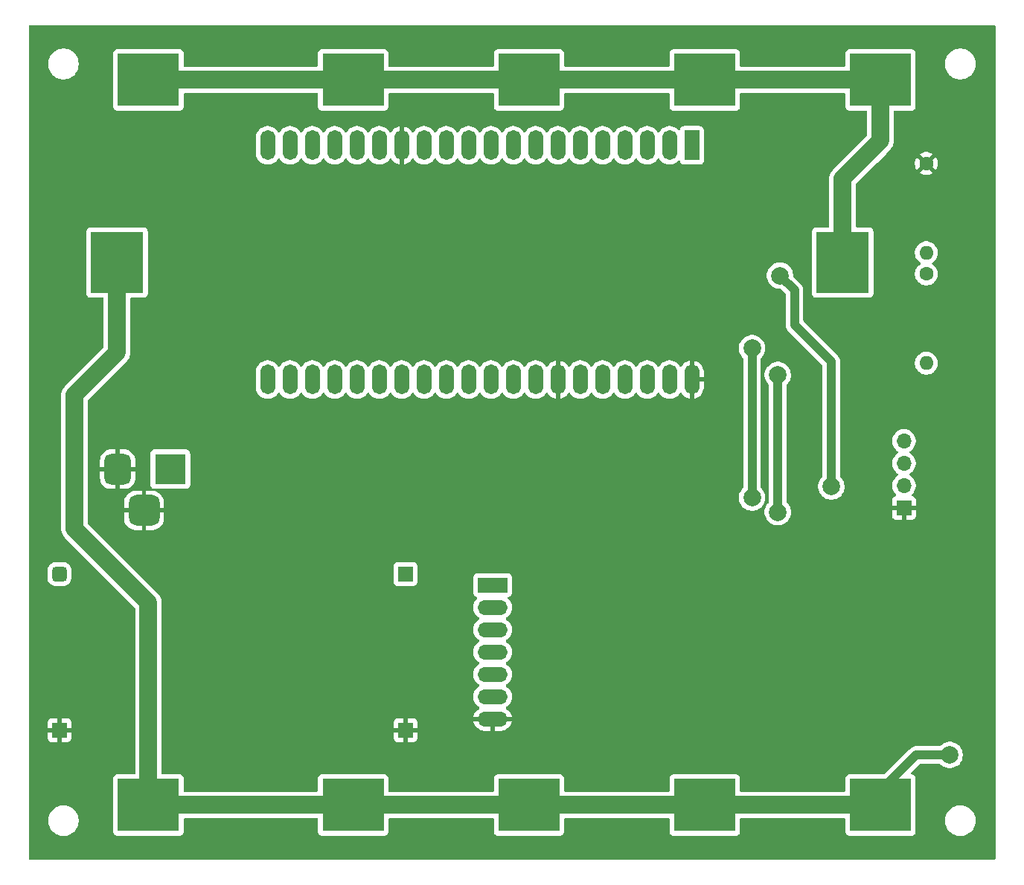
<source format=gbr>
%TF.GenerationSoftware,KiCad,Pcbnew,9.0.0*%
%TF.CreationDate,2025-05-13T00:13:43-03:00*%
%TF.ProjectId,EcoMaua_Rx_Telemetry_Module,45636f4d-6175-4615-9f52-785f54656c65,rev?*%
%TF.SameCoordinates,Original*%
%TF.FileFunction,Copper,L1,Top*%
%TF.FilePolarity,Positive*%
%FSLAX46Y46*%
G04 Gerber Fmt 4.6, Leading zero omitted, Abs format (unit mm)*
G04 Created by KiCad (PCBNEW 9.0.0) date 2025-05-13 00:13:43*
%MOMM*%
%LPD*%
G01*
G04 APERTURE LIST*
G04 Aperture macros list*
%AMRoundRect*
0 Rectangle with rounded corners*
0 $1 Rounding radius*
0 $2 $3 $4 $5 $6 $7 $8 $9 X,Y pos of 4 corners*
0 Add a 4 corners polygon primitive as box body*
4,1,4,$2,$3,$4,$5,$6,$7,$8,$9,$2,$3,0*
0 Add four circle primitives for the rounded corners*
1,1,$1+$1,$2,$3*
1,1,$1+$1,$4,$5*
1,1,$1+$1,$6,$7*
1,1,$1+$1,$8,$9*
0 Add four rect primitives between the rounded corners*
20,1,$1+$1,$2,$3,$4,$5,0*
20,1,$1+$1,$4,$5,$6,$7,0*
20,1,$1+$1,$6,$7,$8,$9,0*
20,1,$1+$1,$8,$9,$2,$3,0*%
G04 Aperture macros list end*
%TA.AperFunction,ComponentPad*%
%ADD10RoundRect,0.425000X-0.425000X-0.425000X0.425000X-0.425000X0.425000X0.425000X-0.425000X0.425000X0*%
%TD*%
%TA.AperFunction,ComponentPad*%
%ADD11R,1.700000X1.700000*%
%TD*%
%TA.AperFunction,ComponentPad*%
%ADD12R,3.500000X3.500000*%
%TD*%
%TA.AperFunction,ComponentPad*%
%ADD13RoundRect,0.750000X-0.750000X-1.000000X0.750000X-1.000000X0.750000X1.000000X-0.750000X1.000000X0*%
%TD*%
%TA.AperFunction,ComponentPad*%
%ADD14RoundRect,0.875000X-0.875000X-0.875000X0.875000X-0.875000X0.875000X0.875000X-0.875000X0.875000X0*%
%TD*%
%TA.AperFunction,ComponentPad*%
%ADD15R,3.400000X1.700000*%
%TD*%
%TA.AperFunction,ComponentPad*%
%ADD16O,3.400000X1.700000*%
%TD*%
%TA.AperFunction,ComponentPad*%
%ADD17O,1.700000X1.700000*%
%TD*%
%TA.AperFunction,ComponentPad*%
%ADD18C,1.600000*%
%TD*%
%TA.AperFunction,ComponentPad*%
%ADD19O,1.600000X1.600000*%
%TD*%
%TA.AperFunction,ComponentPad*%
%ADD20R,1.700000X3.400000*%
%TD*%
%TA.AperFunction,ComponentPad*%
%ADD21O,1.700000X3.400000*%
%TD*%
%TA.AperFunction,ComponentPad*%
%ADD22R,6.000000X7.000000*%
%TD*%
%TA.AperFunction,ComponentPad*%
%ADD23R,7.000000X6.000000*%
%TD*%
%TA.AperFunction,ViaPad*%
%ADD24C,2.000000*%
%TD*%
%TA.AperFunction,Conductor*%
%ADD25C,1.000000*%
%TD*%
%TA.AperFunction,Conductor*%
%ADD26C,2.000000*%
%TD*%
G04 APERTURE END LIST*
D10*
%TO.P,U1,1,IN+*%
%TO.N,PWR*%
X74345800Y-103174800D03*
D11*
%TO.P,U1,2,IN-*%
%TO.N,GND*%
X74345800Y-120954800D03*
%TO.P,U1,3,OUT-*%
X113715800Y-120954800D03*
%TO.P,U1,4,OUT+*%
%TO.N,+5V*%
X113715800Y-103174800D03*
%TD*%
D12*
%TO.P,J1,1*%
%TO.N,PWR*%
X86975200Y-91244500D03*
D13*
%TO.P,J1,2*%
%TO.N,GND*%
X80975200Y-91244500D03*
D14*
%TO.P,J1,3,MountPin*%
X83975200Y-95944500D03*
%TD*%
D15*
%TO.P,M1,1,M0*%
%TO.N,E32_433T30D_M0*%
X123634500Y-104444800D03*
D16*
%TO.P,M1,2,M1*%
%TO.N,E32_433T30D_M1*%
X123634500Y-106984800D03*
%TO.P,M1,3,RXD*%
%TO.N,ESP32_UART_2_TX*%
X123634500Y-109524800D03*
%TO.P,M1,4,TXD*%
%TO.N,ESP32_UART_2_RX*%
X123634500Y-112064800D03*
%TO.P,M1,5,AUX*%
%TO.N,E32_433T30D_AUX*%
X123634500Y-114604800D03*
%TO.P,M1,6,VCC*%
%TO.N,+3.3V*%
X123634500Y-117144800D03*
%TO.P,M1,7,GND*%
%TO.N,GND*%
X123634500Y-119684800D03*
%TD*%
D11*
%TO.P,J2,1,Pin_1*%
%TO.N,GND*%
X170434000Y-95656400D03*
D17*
%TO.P,J2,2,Pin_2*%
%TO.N,+3.3V*%
X170434000Y-93116400D03*
%TO.P,J2,3,Pin_3*%
%TO.N,ESP32_I2C_SDA*%
X170434000Y-90576400D03*
%TO.P,J2,4,Pin_4*%
%TO.N,ESP32_I2C_SCL*%
X170434000Y-88036400D03*
%TD*%
D18*
%TO.P,R1,1*%
%TO.N,BATT_SENS*%
X172974000Y-69018800D03*
D19*
%TO.P,R1,2*%
%TO.N,B+*%
X172974000Y-79178800D03*
%TD*%
D20*
%TO.P,ESP1,1,VIN_3.3V*%
%TO.N,+3.3V*%
X146304000Y-54381400D03*
D21*
%TO.P,ESP1,2,EN*%
%TO.N,unconnected-(ESP1-EN-Pad2)*%
X143764000Y-54381400D03*
%TO.P,ESP1,3,SVP*%
%TO.N,unconnected-(ESP1-SVP-Pad3)*%
X141224000Y-54381400D03*
%TO.P,ESP1,4,SVN*%
%TO.N,unconnected-(ESP1-SVN-Pad4)*%
X138684000Y-54381400D03*
%TO.P,ESP1,5,P34*%
%TO.N,BATT_SENS*%
X136144000Y-54381400D03*
%TO.P,ESP1,6,P35*%
%TO.N,unconnected-(ESP1-P35-Pad6)*%
X133604000Y-54381400D03*
%TO.P,ESP1,7,P32*%
%TO.N,E32_433T30D_M0*%
X131064000Y-54381400D03*
%TO.P,ESP1,8,P33*%
%TO.N,E32_433T30D_M1*%
X128524000Y-54381400D03*
%TO.P,ESP1,9,P25*%
%TO.N,unconnected-(ESP1-P25-Pad9)*%
X125984000Y-54381400D03*
%TO.P,ESP1,10,P26*%
%TO.N,unconnected-(ESP1-P26-Pad10)*%
X123444000Y-54381400D03*
%TO.P,ESP1,11,P27*%
%TO.N,E32_433T30D_AUX*%
X120904000Y-54381400D03*
%TO.P,ESP1,12,P14*%
%TO.N,unconnected-(ESP1-P14-Pad12)*%
X118364000Y-54381400D03*
%TO.P,ESP1,13,P12*%
%TO.N,unconnected-(ESP1-P12-Pad13)*%
X115824000Y-54381400D03*
%TO.P,ESP1,14,GND*%
%TO.N,GND*%
X113284000Y-54381400D03*
%TO.P,ESP1,15,P13*%
%TO.N,unconnected-(ESP1-P13-Pad15)*%
X110744000Y-54381400D03*
%TO.P,ESP1,16,SD2*%
%TO.N,unconnected-(ESP1-SD2-Pad16)*%
X108204000Y-54381400D03*
%TO.P,ESP1,17,SD3*%
%TO.N,unconnected-(ESP1-SD3-Pad17)*%
X105664000Y-54381400D03*
%TO.P,ESP1,18,CMD*%
%TO.N,unconnected-(ESP1-CMD-Pad18)*%
X103124000Y-54381400D03*
%TO.P,ESP1,19,VIN_5V*%
%TO.N,+5V*%
X100584000Y-54381400D03*
%TO.P,ESP1,20*%
%TO.N,N/C*%
X98044000Y-54381400D03*
%TO.P,ESP1,21*%
X98044000Y-81051400D03*
%TO.P,ESP1,22,CLK*%
%TO.N,unconnected-(ESP1-CLK-Pad22)*%
X100584000Y-81051400D03*
%TO.P,ESP1,23,SD0*%
%TO.N,unconnected-(ESP1-SD0-Pad23)*%
X103124000Y-81051400D03*
%TO.P,ESP1,24,SD1*%
%TO.N,unconnected-(ESP1-SD1-Pad24)*%
X105664000Y-81051400D03*
%TO.P,ESP1,25,P15*%
%TO.N,unconnected-(ESP1-P15-Pad25)*%
X108204000Y-81051400D03*
%TO.P,ESP1,26,P2*%
%TO.N,unconnected-(ESP1-P2-Pad26)*%
X110744000Y-81051400D03*
%TO.P,ESP1,27,P0*%
%TO.N,unconnected-(ESP1-P0-Pad27)*%
X113284000Y-81051400D03*
%TO.P,ESP1,28,P4*%
%TO.N,unconnected-(ESP1-P4-Pad28)*%
X115824000Y-81051400D03*
%TO.P,ESP1,29,P16*%
%TO.N,ESP32_UART_2_RX*%
X118364000Y-81051400D03*
%TO.P,ESP1,30,P17*%
%TO.N,ESP32_UART_2_TX*%
X120904000Y-81051400D03*
%TO.P,ESP1,31,P5*%
%TO.N,unconnected-(ESP1-P5-Pad31)*%
X123444000Y-81051400D03*
%TO.P,ESP1,32,P18*%
%TO.N,unconnected-(ESP1-P18-Pad32)*%
X125984000Y-81051400D03*
%TO.P,ESP1,33,P19*%
%TO.N,unconnected-(ESP1-P19-Pad33)*%
X128524000Y-81051400D03*
%TO.P,ESP1,34,GND*%
%TO.N,GND*%
X131064000Y-81051400D03*
%TO.P,ESP1,35,P21*%
%TO.N,ESP32_I2C_SDA*%
X133604000Y-81051400D03*
%TO.P,ESP1,36,RX*%
%TO.N,unconnected-(ESP1-RX-Pad36)*%
X136144000Y-81051400D03*
%TO.P,ESP1,37,TX*%
%TO.N,unconnected-(ESP1-TX-Pad37)*%
X138684000Y-81051400D03*
%TO.P,ESP1,38,P22*%
%TO.N,ESP32_I2C_SCL*%
X141224000Y-81051400D03*
%TO.P,ESP1,39,P23*%
%TO.N,unconnected-(ESP1-P23-Pad39)*%
X143764000Y-81051400D03*
%TO.P,ESP1,40,GND*%
%TO.N,GND*%
X146304000Y-81051400D03*
D22*
%TO.P,ESP1,41,B-*%
%TO.N,B-*%
X163449000Y-67716400D03*
%TO.P,ESP1,42,B+*%
%TO.N,B+*%
X80899000Y-67716400D03*
%TD*%
D18*
%TO.P,R2,1*%
%TO.N,GND*%
X172974000Y-56438800D03*
D19*
%TO.P,R2,2*%
%TO.N,BATT_SENS*%
X172974000Y-66598800D03*
%TD*%
D23*
%TO.P,BAT1,1,B+*%
%TO.N,B+*%
X84481350Y-129463800D03*
%TO.P,BAT1,2,B-*%
%TO.N,B-*%
X84481350Y-46913800D03*
%TD*%
%TO.P,BAT2,1,B1a*%
%TO.N,B+*%
X107769600Y-129463800D03*
%TO.P,BAT2,2,B1b*%
%TO.N,B-*%
X107769600Y-46913800D03*
%TO.P,BAT2,3,B2a*%
%TO.N,B+*%
X127769600Y-129463800D03*
%TO.P,BAT2,4,B2b*%
%TO.N,B-*%
X127769600Y-46913800D03*
%TO.P,BAT2,5,B3a*%
%TO.N,B+*%
X147769600Y-129463800D03*
%TO.P,BAT2,6,B3b*%
%TO.N,B-*%
X147769600Y-46913800D03*
%TO.P,BAT2,7,B4a*%
%TO.N,B+*%
X167769600Y-129463800D03*
%TO.P,BAT2,8,B4b*%
%TO.N,B-*%
X167769600Y-46913800D03*
%TD*%
D24*
%TO.N,B+*%
X80899000Y-74650600D03*
%TO.N,B-*%
X163449000Y-61264800D03*
%TO.N,GND*%
X139903200Y-86207600D03*
%TO.N,B+*%
X175641000Y-123774200D03*
%TO.N,GND*%
X113284000Y-58420000D03*
X153416000Y-58420000D03*
X113157000Y-67691000D03*
%TO.N,E32_433T30D_M1*%
X156083000Y-96139000D03*
X156083000Y-80518000D03*
%TO.N,E32_433T30D_M0*%
X153162000Y-94488000D03*
X153162000Y-77470000D03*
%TO.N,+3.3V*%
X156337000Y-69215000D03*
X162179000Y-93218000D03*
%TD*%
D25*
%TO.N,B+*%
X171856400Y-123774200D02*
X167769600Y-127861000D01*
X175641000Y-123774200D02*
X171856400Y-123774200D01*
X167769600Y-127861000D02*
X167769600Y-129463800D01*
D26*
X80899000Y-74650600D02*
X80899000Y-67716400D01*
%TO.N,B-*%
X163449000Y-61264800D02*
X163449000Y-58166000D01*
%TO.N,B+*%
X147769600Y-129463800D02*
X167769600Y-129463800D01*
X84481350Y-106452350D02*
X76073000Y-98044000D01*
X84481350Y-129463800D02*
X107769600Y-129463800D01*
X107769600Y-129463800D02*
X127769600Y-129463800D01*
X76073000Y-82804000D02*
X80899000Y-77978000D01*
X76073000Y-98044000D02*
X76073000Y-82804000D01*
X84481350Y-129463800D02*
X84481350Y-106452350D01*
X127769600Y-129463800D02*
X147769600Y-129463800D01*
X80899000Y-77978000D02*
X80899000Y-74650600D01*
%TO.N,B-*%
X127769600Y-46913800D02*
X147769600Y-46913800D01*
X167769600Y-53845400D02*
X167769600Y-46913800D01*
X147769600Y-46913800D02*
X167769600Y-46913800D01*
X163449000Y-67716400D02*
X163449000Y-61264800D01*
X84481350Y-46913800D02*
X107769600Y-46913800D01*
X107769600Y-46913800D02*
X127769600Y-46913800D01*
X163449000Y-58166000D02*
X167769600Y-53845400D01*
D25*
%TO.N,GND*%
X113284000Y-58420000D02*
X113284000Y-67564000D01*
X113284000Y-67564000D02*
X113157000Y-67691000D01*
X113284000Y-58420000D02*
X153416000Y-58420000D01*
%TO.N,E32_433T30D_M1*%
X156083000Y-80518000D02*
X156083000Y-96139000D01*
%TO.N,E32_433T30D_M0*%
X153162000Y-77470000D02*
X153162000Y-94488000D01*
%TO.N,+3.3V*%
X157988000Y-74803000D02*
X162179000Y-78994000D01*
X157988000Y-70866000D02*
X157988000Y-74803000D01*
X156337000Y-69215000D02*
X157988000Y-70866000D01*
X162179000Y-78994000D02*
X162179000Y-93218000D01*
%TD*%
%TA.AperFunction,Conductor*%
%TO.N,GND*%
G36*
X180791039Y-40710985D02*
G01*
X180836794Y-40763789D01*
X180848000Y-40815300D01*
X180848000Y-135562800D01*
X180828315Y-135629839D01*
X180775511Y-135675594D01*
X180724000Y-135686800D01*
X70990500Y-135686800D01*
X70923461Y-135667115D01*
X70877706Y-135614311D01*
X70866500Y-135562800D01*
X70866500Y-131127058D01*
X73052500Y-131127058D01*
X73052500Y-131356541D01*
X73077446Y-131546015D01*
X73082452Y-131584038D01*
X73082453Y-131584040D01*
X73141842Y-131805687D01*
X73229650Y-132017676D01*
X73229657Y-132017690D01*
X73344392Y-132216417D01*
X73484081Y-132398461D01*
X73484089Y-132398470D01*
X73646330Y-132560711D01*
X73646338Y-132560718D01*
X73828382Y-132700407D01*
X73828385Y-132700408D01*
X73828388Y-132700411D01*
X74027112Y-132815144D01*
X74027117Y-132815146D01*
X74027123Y-132815149D01*
X74118480Y-132852990D01*
X74239113Y-132902958D01*
X74460762Y-132962348D01*
X74688266Y-132992300D01*
X74688273Y-132992300D01*
X74917727Y-132992300D01*
X74917734Y-132992300D01*
X75145238Y-132962348D01*
X75366887Y-132902958D01*
X75578888Y-132815144D01*
X75777612Y-132700411D01*
X75959661Y-132560719D01*
X75959665Y-132560714D01*
X75959670Y-132560711D01*
X76121911Y-132398470D01*
X76121914Y-132398465D01*
X76121919Y-132398461D01*
X76261611Y-132216412D01*
X76376344Y-132017688D01*
X76464158Y-131805687D01*
X76523548Y-131584038D01*
X76553500Y-131356534D01*
X76553500Y-131127066D01*
X76523548Y-130899562D01*
X76464158Y-130677913D01*
X76376344Y-130465912D01*
X76261611Y-130267188D01*
X76261608Y-130267185D01*
X76261607Y-130267182D01*
X76121918Y-130085138D01*
X76121911Y-130085130D01*
X75959670Y-129922889D01*
X75959661Y-129922881D01*
X75777617Y-129783192D01*
X75578890Y-129668457D01*
X75578876Y-129668450D01*
X75366887Y-129580642D01*
X75145238Y-129521252D01*
X75107215Y-129516246D01*
X74917741Y-129491300D01*
X74917734Y-129491300D01*
X74688266Y-129491300D01*
X74688258Y-129491300D01*
X74471715Y-129519809D01*
X74460762Y-129521252D01*
X74367076Y-129546354D01*
X74239112Y-129580642D01*
X74027123Y-129668450D01*
X74027109Y-129668457D01*
X73828382Y-129783192D01*
X73646338Y-129922881D01*
X73484081Y-130085138D01*
X73344392Y-130267182D01*
X73229657Y-130465909D01*
X73229650Y-130465923D01*
X73141842Y-130677912D01*
X73082453Y-130899559D01*
X73082451Y-130899570D01*
X73052500Y-131127058D01*
X70866500Y-131127058D01*
X70866500Y-120056955D01*
X72995800Y-120056955D01*
X72995800Y-120704800D01*
X73912788Y-120704800D01*
X73879875Y-120761807D01*
X73845800Y-120888974D01*
X73845800Y-121020626D01*
X73879875Y-121147793D01*
X73912788Y-121204800D01*
X72995800Y-121204800D01*
X72995800Y-121852644D01*
X73002201Y-121912172D01*
X73002203Y-121912179D01*
X73052445Y-122046886D01*
X73052449Y-122046893D01*
X73138609Y-122161987D01*
X73138612Y-122161990D01*
X73253706Y-122248150D01*
X73253713Y-122248154D01*
X73388420Y-122298396D01*
X73388427Y-122298398D01*
X73447955Y-122304799D01*
X73447972Y-122304800D01*
X74095800Y-122304800D01*
X74095800Y-121387812D01*
X74152807Y-121420725D01*
X74279974Y-121454800D01*
X74411626Y-121454800D01*
X74538793Y-121420725D01*
X74595800Y-121387812D01*
X74595800Y-122304800D01*
X75243628Y-122304800D01*
X75243644Y-122304799D01*
X75303172Y-122298398D01*
X75303179Y-122298396D01*
X75437886Y-122248154D01*
X75437893Y-122248150D01*
X75552987Y-122161990D01*
X75552990Y-122161987D01*
X75639150Y-122046893D01*
X75639154Y-122046886D01*
X75689396Y-121912179D01*
X75689398Y-121912172D01*
X75695799Y-121852644D01*
X75695800Y-121852627D01*
X75695800Y-121204800D01*
X74778812Y-121204800D01*
X74811725Y-121147793D01*
X74845800Y-121020626D01*
X74845800Y-120888974D01*
X74811725Y-120761807D01*
X74778812Y-120704800D01*
X75695800Y-120704800D01*
X75695800Y-120056972D01*
X75695799Y-120056955D01*
X75689398Y-119997427D01*
X75689396Y-119997420D01*
X75639154Y-119862713D01*
X75639150Y-119862706D01*
X75552990Y-119747612D01*
X75552987Y-119747609D01*
X75437893Y-119661449D01*
X75437886Y-119661445D01*
X75303179Y-119611203D01*
X75303172Y-119611201D01*
X75243644Y-119604800D01*
X74595800Y-119604800D01*
X74595800Y-120521788D01*
X74538793Y-120488875D01*
X74411626Y-120454800D01*
X74279974Y-120454800D01*
X74152807Y-120488875D01*
X74095800Y-120521788D01*
X74095800Y-119604800D01*
X73447955Y-119604800D01*
X73388427Y-119611201D01*
X73388420Y-119611203D01*
X73253713Y-119661445D01*
X73253706Y-119661449D01*
X73138612Y-119747609D01*
X73138609Y-119747612D01*
X73052449Y-119862706D01*
X73052445Y-119862713D01*
X73002203Y-119997420D01*
X73002201Y-119997427D01*
X72995800Y-120056955D01*
X70866500Y-120056955D01*
X70866500Y-102685016D01*
X72995300Y-102685016D01*
X72995300Y-103664583D01*
X73001658Y-103745374D01*
X73001658Y-103745377D01*
X73001659Y-103745378D01*
X73052012Y-103933296D01*
X73140335Y-104106640D01*
X73262768Y-104257832D01*
X73413960Y-104380265D01*
X73587304Y-104468588D01*
X73775222Y-104518941D01*
X73856022Y-104525300D01*
X73856030Y-104525300D01*
X74835570Y-104525300D01*
X74835578Y-104525300D01*
X74916378Y-104518941D01*
X75104296Y-104468588D01*
X75277640Y-104380265D01*
X75428832Y-104257832D01*
X75551265Y-104106640D01*
X75639588Y-103933296D01*
X75689941Y-103745378D01*
X75696300Y-103664578D01*
X75696300Y-102685022D01*
X75689941Y-102604222D01*
X75639588Y-102416304D01*
X75551265Y-102242960D01*
X75428832Y-102091768D01*
X75277640Y-101969335D01*
X75104296Y-101881012D01*
X74916378Y-101830659D01*
X74916377Y-101830658D01*
X74916374Y-101830658D01*
X74835583Y-101824300D01*
X74835578Y-101824300D01*
X73856022Y-101824300D01*
X73856016Y-101824300D01*
X73775225Y-101830658D01*
X73587304Y-101881012D01*
X73413961Y-101969334D01*
X73262768Y-102091768D01*
X73140334Y-102242961D01*
X73052012Y-102416304D01*
X73001658Y-102604225D01*
X72995300Y-102685016D01*
X70866500Y-102685016D01*
X70866500Y-82685902D01*
X74572500Y-82685902D01*
X74572500Y-98162097D01*
X74609446Y-98395368D01*
X74682433Y-98619996D01*
X74789657Y-98830434D01*
X74928484Y-99021511D01*
X82944531Y-107037558D01*
X82978016Y-107098881D01*
X82980850Y-107125239D01*
X82980850Y-125839300D01*
X82961165Y-125906339D01*
X82908361Y-125952094D01*
X82856850Y-125963300D01*
X80933479Y-125963300D01*
X80933473Y-125963301D01*
X80873866Y-125969708D01*
X80739021Y-126020002D01*
X80739014Y-126020006D01*
X80623805Y-126106252D01*
X80623802Y-126106255D01*
X80537556Y-126221464D01*
X80537552Y-126221471D01*
X80487258Y-126356317D01*
X80480851Y-126415916D01*
X80480851Y-126415923D01*
X80480850Y-126415935D01*
X80480850Y-132511670D01*
X80480851Y-132511676D01*
X80487258Y-132571283D01*
X80537552Y-132706128D01*
X80537556Y-132706135D01*
X80623802Y-132821344D01*
X80623805Y-132821347D01*
X80739014Y-132907593D01*
X80739021Y-132907597D01*
X80873867Y-132957891D01*
X80873866Y-132957891D01*
X80880794Y-132958635D01*
X80933477Y-132964300D01*
X88029222Y-132964299D01*
X88088833Y-132957891D01*
X88223681Y-132907596D01*
X88338896Y-132821346D01*
X88425146Y-132706131D01*
X88475441Y-132571283D01*
X88481850Y-132511673D01*
X88481850Y-131088300D01*
X88501535Y-131021261D01*
X88554339Y-130975506D01*
X88605850Y-130964300D01*
X103645101Y-130964300D01*
X103712140Y-130983985D01*
X103757895Y-131036789D01*
X103769101Y-131088300D01*
X103769101Y-132511676D01*
X103775508Y-132571283D01*
X103825802Y-132706128D01*
X103825806Y-132706135D01*
X103912052Y-132821344D01*
X103912055Y-132821347D01*
X104027264Y-132907593D01*
X104027271Y-132907597D01*
X104162117Y-132957891D01*
X104162116Y-132957891D01*
X104169044Y-132958635D01*
X104221727Y-132964300D01*
X111317472Y-132964299D01*
X111377083Y-132957891D01*
X111511931Y-132907596D01*
X111627146Y-132821346D01*
X111713396Y-132706131D01*
X111763691Y-132571283D01*
X111770100Y-132511673D01*
X111770100Y-131088300D01*
X111789785Y-131021261D01*
X111842589Y-130975506D01*
X111894100Y-130964300D01*
X123645101Y-130964300D01*
X123712140Y-130983985D01*
X123757895Y-131036789D01*
X123769101Y-131088300D01*
X123769101Y-132511676D01*
X123775508Y-132571283D01*
X123825802Y-132706128D01*
X123825806Y-132706135D01*
X123912052Y-132821344D01*
X123912055Y-132821347D01*
X124027264Y-132907593D01*
X124027271Y-132907597D01*
X124162117Y-132957891D01*
X124162116Y-132957891D01*
X124169044Y-132958635D01*
X124221727Y-132964300D01*
X131317472Y-132964299D01*
X131377083Y-132957891D01*
X131511931Y-132907596D01*
X131627146Y-132821346D01*
X131713396Y-132706131D01*
X131763691Y-132571283D01*
X131770100Y-132511673D01*
X131770100Y-131088300D01*
X131789785Y-131021261D01*
X131842589Y-130975506D01*
X131894100Y-130964300D01*
X143645101Y-130964300D01*
X143712140Y-130983985D01*
X143757895Y-131036789D01*
X143769101Y-131088300D01*
X143769101Y-132511676D01*
X143775508Y-132571283D01*
X143825802Y-132706128D01*
X143825806Y-132706135D01*
X143912052Y-132821344D01*
X143912055Y-132821347D01*
X144027264Y-132907593D01*
X144027271Y-132907597D01*
X144162117Y-132957891D01*
X144162116Y-132957891D01*
X144169044Y-132958635D01*
X144221727Y-132964300D01*
X151317472Y-132964299D01*
X151377083Y-132957891D01*
X151511931Y-132907596D01*
X151627146Y-132821346D01*
X151713396Y-132706131D01*
X151763691Y-132571283D01*
X151770100Y-132511673D01*
X151770100Y-131088300D01*
X151789785Y-131021261D01*
X151842589Y-130975506D01*
X151894100Y-130964300D01*
X163645101Y-130964300D01*
X163712140Y-130983985D01*
X163757895Y-131036789D01*
X163769101Y-131088300D01*
X163769101Y-132511676D01*
X163775508Y-132571283D01*
X163825802Y-132706128D01*
X163825806Y-132706135D01*
X163912052Y-132821344D01*
X163912055Y-132821347D01*
X164027264Y-132907593D01*
X164027271Y-132907597D01*
X164162117Y-132957891D01*
X164162116Y-132957891D01*
X164169044Y-132958635D01*
X164221727Y-132964300D01*
X171317472Y-132964299D01*
X171377083Y-132957891D01*
X171511931Y-132907596D01*
X171627146Y-132821346D01*
X171713396Y-132706131D01*
X171763691Y-132571283D01*
X171770100Y-132511673D01*
X171770100Y-131127058D01*
X175084300Y-131127058D01*
X175084300Y-131356541D01*
X175109246Y-131546015D01*
X175114252Y-131584038D01*
X175114253Y-131584040D01*
X175173642Y-131805687D01*
X175261450Y-132017676D01*
X175261457Y-132017690D01*
X175376192Y-132216417D01*
X175515881Y-132398461D01*
X175515889Y-132398470D01*
X175678130Y-132560711D01*
X175678138Y-132560718D01*
X175860182Y-132700407D01*
X175860185Y-132700408D01*
X175860188Y-132700411D01*
X176058912Y-132815144D01*
X176058917Y-132815146D01*
X176058923Y-132815149D01*
X176150280Y-132852990D01*
X176270913Y-132902958D01*
X176492562Y-132962348D01*
X176720066Y-132992300D01*
X176720073Y-132992300D01*
X176949527Y-132992300D01*
X176949534Y-132992300D01*
X177177038Y-132962348D01*
X177398687Y-132902958D01*
X177610688Y-132815144D01*
X177809412Y-132700411D01*
X177991461Y-132560719D01*
X177991465Y-132560714D01*
X177991470Y-132560711D01*
X178153711Y-132398470D01*
X178153714Y-132398465D01*
X178153719Y-132398461D01*
X178293411Y-132216412D01*
X178408144Y-132017688D01*
X178495958Y-131805687D01*
X178555348Y-131584038D01*
X178585300Y-131356534D01*
X178585300Y-131127066D01*
X178555348Y-130899562D01*
X178495958Y-130677913D01*
X178408144Y-130465912D01*
X178293411Y-130267188D01*
X178293408Y-130267185D01*
X178293407Y-130267182D01*
X178153718Y-130085138D01*
X178153711Y-130085130D01*
X177991470Y-129922889D01*
X177991461Y-129922881D01*
X177809417Y-129783192D01*
X177610690Y-129668457D01*
X177610676Y-129668450D01*
X177398687Y-129580642D01*
X177177038Y-129521252D01*
X177139015Y-129516246D01*
X176949541Y-129491300D01*
X176949534Y-129491300D01*
X176720066Y-129491300D01*
X176720058Y-129491300D01*
X176503515Y-129519809D01*
X176492562Y-129521252D01*
X176398876Y-129546354D01*
X176270912Y-129580642D01*
X176058923Y-129668450D01*
X176058909Y-129668457D01*
X175860182Y-129783192D01*
X175678138Y-129922881D01*
X175515881Y-130085138D01*
X175376192Y-130267182D01*
X175261457Y-130465909D01*
X175261450Y-130465923D01*
X175173642Y-130677912D01*
X175114253Y-130899559D01*
X175114251Y-130899570D01*
X175084300Y-131127058D01*
X171770100Y-131127058D01*
X171770099Y-126415928D01*
X171763691Y-126356317D01*
X171713396Y-126221469D01*
X171713395Y-126221468D01*
X171713393Y-126221464D01*
X171627147Y-126106255D01*
X171627144Y-126106252D01*
X171511935Y-126020006D01*
X171511928Y-126020002D01*
X171377083Y-125969708D01*
X171362744Y-125968167D01*
X171298194Y-125941428D01*
X171258347Y-125884035D01*
X171255854Y-125814209D01*
X171288319Y-125757199D01*
X172234501Y-124811019D01*
X172295824Y-124777534D01*
X172322182Y-124774700D01*
X174468111Y-124774700D01*
X174535150Y-124794385D01*
X174555792Y-124811019D01*
X174663490Y-124918717D01*
X174854567Y-125057543D01*
X174953991Y-125108202D01*
X175065003Y-125164766D01*
X175065005Y-125164766D01*
X175065008Y-125164768D01*
X175185412Y-125203889D01*
X175289631Y-125237753D01*
X175522903Y-125274700D01*
X175522908Y-125274700D01*
X175759097Y-125274700D01*
X175992368Y-125237753D01*
X176216992Y-125164768D01*
X176427433Y-125057543D01*
X176618510Y-124918717D01*
X176785517Y-124751710D01*
X176924343Y-124560633D01*
X177031568Y-124350192D01*
X177104553Y-124125568D01*
X177141500Y-123892297D01*
X177141500Y-123656102D01*
X177104553Y-123422831D01*
X177031566Y-123198203D01*
X176975002Y-123087191D01*
X176924343Y-122987767D01*
X176785517Y-122796690D01*
X176618510Y-122629683D01*
X176427433Y-122490857D01*
X176216996Y-122383633D01*
X175992368Y-122310646D01*
X175759097Y-122273700D01*
X175759092Y-122273700D01*
X175522908Y-122273700D01*
X175522903Y-122273700D01*
X175289631Y-122310646D01*
X175065003Y-122383633D01*
X174854566Y-122490857D01*
X174745550Y-122570062D01*
X174663490Y-122629683D01*
X174663488Y-122629685D01*
X174663487Y-122629685D01*
X174555792Y-122737381D01*
X174494469Y-122770866D01*
X174468111Y-122773700D01*
X171757855Y-122773700D01*
X171661212Y-122792924D01*
X171564567Y-122812147D01*
X171564561Y-122812149D01*
X171511234Y-122834237D01*
X171511234Y-122834238D01*
X171465715Y-122853092D01*
X171382489Y-122887566D01*
X171382479Y-122887571D01*
X171218619Y-122997059D01*
X171148940Y-123066738D01*
X171079261Y-123136418D01*
X171079258Y-123136421D01*
X168288697Y-125926981D01*
X168227374Y-125960466D01*
X168201016Y-125963300D01*
X164221729Y-125963300D01*
X164221723Y-125963301D01*
X164162116Y-125969708D01*
X164027271Y-126020002D01*
X164027264Y-126020006D01*
X163912055Y-126106252D01*
X163912052Y-126106255D01*
X163825806Y-126221464D01*
X163825802Y-126221471D01*
X163775508Y-126356317D01*
X163769101Y-126415916D01*
X163769101Y-126415923D01*
X163769100Y-126415935D01*
X163769100Y-127839300D01*
X163749415Y-127906339D01*
X163696611Y-127952094D01*
X163645100Y-127963300D01*
X151894099Y-127963300D01*
X151827060Y-127943615D01*
X151781305Y-127890811D01*
X151770099Y-127839300D01*
X151770099Y-126415929D01*
X151770098Y-126415923D01*
X151770097Y-126415916D01*
X151763691Y-126356317D01*
X151713396Y-126221469D01*
X151713395Y-126221468D01*
X151713393Y-126221464D01*
X151627147Y-126106255D01*
X151627144Y-126106252D01*
X151511935Y-126020006D01*
X151511928Y-126020002D01*
X151377082Y-125969708D01*
X151377083Y-125969708D01*
X151317483Y-125963301D01*
X151317481Y-125963300D01*
X151317473Y-125963300D01*
X151317464Y-125963300D01*
X144221729Y-125963300D01*
X144221723Y-125963301D01*
X144162116Y-125969708D01*
X144027271Y-126020002D01*
X144027264Y-126020006D01*
X143912055Y-126106252D01*
X143912052Y-126106255D01*
X143825806Y-126221464D01*
X143825802Y-126221471D01*
X143775508Y-126356317D01*
X143769101Y-126415916D01*
X143769101Y-126415923D01*
X143769100Y-126415935D01*
X143769100Y-127839300D01*
X143749415Y-127906339D01*
X143696611Y-127952094D01*
X143645100Y-127963300D01*
X131894099Y-127963300D01*
X131827060Y-127943615D01*
X131781305Y-127890811D01*
X131770099Y-127839300D01*
X131770099Y-126415929D01*
X131770098Y-126415923D01*
X131770097Y-126415916D01*
X131763691Y-126356317D01*
X131713396Y-126221469D01*
X131713395Y-126221468D01*
X131713393Y-126221464D01*
X131627147Y-126106255D01*
X131627144Y-126106252D01*
X131511935Y-126020006D01*
X131511928Y-126020002D01*
X131377082Y-125969708D01*
X131377083Y-125969708D01*
X131317483Y-125963301D01*
X131317481Y-125963300D01*
X131317473Y-125963300D01*
X131317464Y-125963300D01*
X124221729Y-125963300D01*
X124221723Y-125963301D01*
X124162116Y-125969708D01*
X124027271Y-126020002D01*
X124027264Y-126020006D01*
X123912055Y-126106252D01*
X123912052Y-126106255D01*
X123825806Y-126221464D01*
X123825802Y-126221471D01*
X123775508Y-126356317D01*
X123769101Y-126415916D01*
X123769101Y-126415923D01*
X123769100Y-126415935D01*
X123769100Y-127839300D01*
X123749415Y-127906339D01*
X123696611Y-127952094D01*
X123645100Y-127963300D01*
X111894099Y-127963300D01*
X111827060Y-127943615D01*
X111781305Y-127890811D01*
X111770099Y-127839300D01*
X111770099Y-126415929D01*
X111770098Y-126415923D01*
X111770097Y-126415916D01*
X111763691Y-126356317D01*
X111713396Y-126221469D01*
X111713395Y-126221468D01*
X111713393Y-126221464D01*
X111627147Y-126106255D01*
X111627144Y-126106252D01*
X111511935Y-126020006D01*
X111511928Y-126020002D01*
X111377082Y-125969708D01*
X111377083Y-125969708D01*
X111317483Y-125963301D01*
X111317481Y-125963300D01*
X111317473Y-125963300D01*
X111317464Y-125963300D01*
X104221729Y-125963300D01*
X104221723Y-125963301D01*
X104162116Y-125969708D01*
X104027271Y-126020002D01*
X104027264Y-126020006D01*
X103912055Y-126106252D01*
X103912052Y-126106255D01*
X103825806Y-126221464D01*
X103825802Y-126221471D01*
X103775508Y-126356317D01*
X103769101Y-126415916D01*
X103769101Y-126415923D01*
X103769100Y-126415935D01*
X103769100Y-127839300D01*
X103749415Y-127906339D01*
X103696611Y-127952094D01*
X103645100Y-127963300D01*
X88605849Y-127963300D01*
X88538810Y-127943615D01*
X88493055Y-127890811D01*
X88481849Y-127839300D01*
X88481849Y-126415929D01*
X88481848Y-126415923D01*
X88481847Y-126415916D01*
X88475441Y-126356317D01*
X88425146Y-126221469D01*
X88425145Y-126221468D01*
X88425143Y-126221464D01*
X88338897Y-126106255D01*
X88338894Y-126106252D01*
X88223685Y-126020006D01*
X88223678Y-126020002D01*
X88088832Y-125969708D01*
X88088833Y-125969708D01*
X88029233Y-125963301D01*
X88029231Y-125963300D01*
X88029223Y-125963300D01*
X88029215Y-125963300D01*
X86105850Y-125963300D01*
X86038811Y-125943615D01*
X85993056Y-125890811D01*
X85981850Y-125839300D01*
X85981850Y-120056955D01*
X112365800Y-120056955D01*
X112365800Y-120704800D01*
X113282788Y-120704800D01*
X113249875Y-120761807D01*
X113215800Y-120888974D01*
X113215800Y-121020626D01*
X113249875Y-121147793D01*
X113282788Y-121204800D01*
X112365800Y-121204800D01*
X112365800Y-121852644D01*
X112372201Y-121912172D01*
X112372203Y-121912179D01*
X112422445Y-122046886D01*
X112422449Y-122046893D01*
X112508609Y-122161987D01*
X112508612Y-122161990D01*
X112623706Y-122248150D01*
X112623713Y-122248154D01*
X112758420Y-122298396D01*
X112758427Y-122298398D01*
X112817955Y-122304799D01*
X112817972Y-122304800D01*
X113465800Y-122304800D01*
X113465800Y-121387812D01*
X113522807Y-121420725D01*
X113649974Y-121454800D01*
X113781626Y-121454800D01*
X113908793Y-121420725D01*
X113965800Y-121387812D01*
X113965800Y-122304800D01*
X114613628Y-122304800D01*
X114613644Y-122304799D01*
X114673172Y-122298398D01*
X114673179Y-122298396D01*
X114807886Y-122248154D01*
X114807893Y-122248150D01*
X114922987Y-122161990D01*
X114922990Y-122161987D01*
X115009150Y-122046893D01*
X115009154Y-122046886D01*
X115059396Y-121912179D01*
X115059398Y-121912172D01*
X115065799Y-121852644D01*
X115065800Y-121852627D01*
X115065800Y-121204800D01*
X114148812Y-121204800D01*
X114181725Y-121147793D01*
X114215800Y-121020626D01*
X114215800Y-120888974D01*
X114181725Y-120761807D01*
X114148812Y-120704800D01*
X115065800Y-120704800D01*
X115065800Y-120056972D01*
X115065799Y-120056955D01*
X115059398Y-119997427D01*
X115059396Y-119997420D01*
X115038379Y-119941069D01*
X115009154Y-119862713D01*
X115009150Y-119862706D01*
X114922990Y-119747612D01*
X114922987Y-119747609D01*
X114807893Y-119661449D01*
X114807886Y-119661445D01*
X114673179Y-119611203D01*
X114673172Y-119611201D01*
X114613644Y-119604800D01*
X113965800Y-119604800D01*
X113965800Y-120521788D01*
X113908793Y-120488875D01*
X113781626Y-120454800D01*
X113649974Y-120454800D01*
X113522807Y-120488875D01*
X113465800Y-120521788D01*
X113465800Y-119604800D01*
X112817955Y-119604800D01*
X112758427Y-119611201D01*
X112758420Y-119611203D01*
X112623713Y-119661445D01*
X112623706Y-119661449D01*
X112508612Y-119747609D01*
X112508609Y-119747612D01*
X112422449Y-119862706D01*
X112422445Y-119862713D01*
X112372203Y-119997420D01*
X112372201Y-119997427D01*
X112365800Y-120056955D01*
X85981850Y-120056955D01*
X85981850Y-106334252D01*
X85944903Y-106100981D01*
X85871916Y-105876353D01*
X85764690Y-105665912D01*
X85741723Y-105634301D01*
X85741722Y-105634300D01*
X85625868Y-105474840D01*
X82427963Y-102276935D01*
X112365300Y-102276935D01*
X112365300Y-104072670D01*
X112365301Y-104072676D01*
X112371708Y-104132283D01*
X112422002Y-104267128D01*
X112422006Y-104267135D01*
X112508252Y-104382344D01*
X112508255Y-104382347D01*
X112623464Y-104468593D01*
X112623471Y-104468597D01*
X112758317Y-104518891D01*
X112758316Y-104518891D01*
X112765244Y-104519635D01*
X112817927Y-104525300D01*
X114613672Y-104525299D01*
X114673283Y-104518891D01*
X114808131Y-104468596D01*
X114923346Y-104382346D01*
X115009596Y-104267131D01*
X115059891Y-104132283D01*
X115066300Y-104072673D01*
X115066299Y-103546935D01*
X121434000Y-103546935D01*
X121434000Y-105342670D01*
X121434001Y-105342676D01*
X121440408Y-105402283D01*
X121490702Y-105537128D01*
X121490706Y-105537135D01*
X121576952Y-105652344D01*
X121576955Y-105652347D01*
X121692164Y-105738593D01*
X121692171Y-105738597D01*
X121823582Y-105787610D01*
X121879516Y-105829481D01*
X121903933Y-105894945D01*
X121889082Y-105963218D01*
X121867931Y-105991473D01*
X121754389Y-106105015D01*
X121629451Y-106276979D01*
X121532944Y-106466385D01*
X121467253Y-106668560D01*
X121434000Y-106878513D01*
X121434000Y-107091087D01*
X121439409Y-107125239D01*
X121467253Y-107301039D01*
X121532944Y-107503214D01*
X121629451Y-107692620D01*
X121754390Y-107864586D01*
X121904713Y-108014909D01*
X122076682Y-108139850D01*
X122085446Y-108144316D01*
X122136242Y-108192291D01*
X122153036Y-108260112D01*
X122130498Y-108326247D01*
X122085446Y-108365284D01*
X122076682Y-108369749D01*
X121904713Y-108494690D01*
X121754390Y-108645013D01*
X121629451Y-108816979D01*
X121532944Y-109006385D01*
X121467253Y-109208560D01*
X121434000Y-109418513D01*
X121434000Y-109631086D01*
X121467253Y-109841039D01*
X121532944Y-110043214D01*
X121629451Y-110232620D01*
X121754390Y-110404586D01*
X121904713Y-110554909D01*
X122076682Y-110679850D01*
X122085446Y-110684316D01*
X122136242Y-110732291D01*
X122153036Y-110800112D01*
X122130498Y-110866247D01*
X122085446Y-110905284D01*
X122076682Y-110909749D01*
X121904713Y-111034690D01*
X121754390Y-111185013D01*
X121629451Y-111356979D01*
X121532944Y-111546385D01*
X121467253Y-111748560D01*
X121434000Y-111958513D01*
X121434000Y-112171086D01*
X121467253Y-112381039D01*
X121532944Y-112583214D01*
X121629451Y-112772620D01*
X121754390Y-112944586D01*
X121904713Y-113094909D01*
X122076682Y-113219850D01*
X122085446Y-113224316D01*
X122136242Y-113272291D01*
X122153036Y-113340112D01*
X122130498Y-113406247D01*
X122085446Y-113445284D01*
X122076682Y-113449749D01*
X121904713Y-113574690D01*
X121754390Y-113725013D01*
X121629451Y-113896979D01*
X121532944Y-114086385D01*
X121467253Y-114288560D01*
X121434000Y-114498513D01*
X121434000Y-114711086D01*
X121467253Y-114921039D01*
X121532944Y-115123214D01*
X121629451Y-115312620D01*
X121754390Y-115484586D01*
X121904713Y-115634909D01*
X122076682Y-115759850D01*
X122085446Y-115764316D01*
X122136242Y-115812291D01*
X122153036Y-115880112D01*
X122130498Y-115946247D01*
X122085446Y-115985284D01*
X122076682Y-115989749D01*
X121904713Y-116114690D01*
X121754390Y-116265013D01*
X121629451Y-116436979D01*
X121532944Y-116626385D01*
X121467253Y-116828560D01*
X121434000Y-117038513D01*
X121434000Y-117251086D01*
X121467253Y-117461039D01*
X121532944Y-117663214D01*
X121629451Y-117852620D01*
X121754390Y-118024586D01*
X121904713Y-118174909D01*
X122076679Y-118299848D01*
X122076681Y-118299849D01*
X122076684Y-118299851D01*
X122085993Y-118304594D01*
X122136790Y-118352566D01*
X122153587Y-118420387D01*
X122131052Y-118486522D01*
X122086002Y-118525562D01*
X122076943Y-118530178D01*
X121905040Y-118655072D01*
X121905035Y-118655076D01*
X121754776Y-118805335D01*
X121754772Y-118805340D01*
X121629879Y-118977242D01*
X121533404Y-119166582D01*
X121467742Y-119368670D01*
X121467742Y-119368673D01*
X121457269Y-119434800D01*
X123201488Y-119434800D01*
X123168575Y-119491807D01*
X123134500Y-119618974D01*
X123134500Y-119750626D01*
X123168575Y-119877793D01*
X123201488Y-119934800D01*
X121457269Y-119934800D01*
X121467742Y-120000926D01*
X121467742Y-120000929D01*
X121533404Y-120203017D01*
X121629879Y-120392357D01*
X121754772Y-120564259D01*
X121754776Y-120564264D01*
X121905035Y-120714523D01*
X121905040Y-120714527D01*
X122076942Y-120839420D01*
X122266282Y-120935895D01*
X122468370Y-121001557D01*
X122678254Y-121034800D01*
X123384500Y-121034800D01*
X123384500Y-120117812D01*
X123441507Y-120150725D01*
X123568674Y-120184800D01*
X123700326Y-120184800D01*
X123827493Y-120150725D01*
X123884500Y-120117812D01*
X123884500Y-121034800D01*
X124590746Y-121034800D01*
X124800627Y-121001557D01*
X124800630Y-121001557D01*
X125002717Y-120935895D01*
X125192057Y-120839420D01*
X125363959Y-120714527D01*
X125363964Y-120714523D01*
X125514223Y-120564264D01*
X125514227Y-120564259D01*
X125639120Y-120392357D01*
X125735595Y-120203017D01*
X125801257Y-120000929D01*
X125801257Y-120000926D01*
X125811731Y-119934800D01*
X124067512Y-119934800D01*
X124100425Y-119877793D01*
X124134500Y-119750626D01*
X124134500Y-119618974D01*
X124100425Y-119491807D01*
X124067512Y-119434800D01*
X125811731Y-119434800D01*
X125801257Y-119368673D01*
X125801257Y-119368670D01*
X125735595Y-119166582D01*
X125639120Y-118977242D01*
X125514227Y-118805340D01*
X125514223Y-118805335D01*
X125363964Y-118655076D01*
X125363959Y-118655072D01*
X125192055Y-118530177D01*
X125183000Y-118525563D01*
X125132206Y-118477588D01*
X125115412Y-118409766D01*
X125137951Y-118343632D01*
X125183008Y-118304593D01*
X125192316Y-118299851D01*
X125271507Y-118242315D01*
X125364286Y-118174909D01*
X125364288Y-118174906D01*
X125364292Y-118174904D01*
X125514604Y-118024592D01*
X125514606Y-118024588D01*
X125514609Y-118024586D01*
X125639548Y-117852620D01*
X125639547Y-117852620D01*
X125639551Y-117852616D01*
X125736057Y-117663212D01*
X125801746Y-117461043D01*
X125835000Y-117251087D01*
X125835000Y-117038513D01*
X125801746Y-116828557D01*
X125736057Y-116626388D01*
X125639551Y-116436984D01*
X125639549Y-116436981D01*
X125639548Y-116436979D01*
X125514609Y-116265013D01*
X125364286Y-116114690D01*
X125192320Y-115989751D01*
X125191615Y-115989391D01*
X125183554Y-115985285D01*
X125132759Y-115937312D01*
X125115963Y-115869492D01*
X125138499Y-115803356D01*
X125183554Y-115764315D01*
X125192316Y-115759851D01*
X125214289Y-115743886D01*
X125364286Y-115634909D01*
X125364288Y-115634906D01*
X125364292Y-115634904D01*
X125514604Y-115484592D01*
X125514606Y-115484588D01*
X125514609Y-115484586D01*
X125639548Y-115312620D01*
X125639547Y-115312620D01*
X125639551Y-115312616D01*
X125736057Y-115123212D01*
X125801746Y-114921043D01*
X125835000Y-114711087D01*
X125835000Y-114498513D01*
X125801746Y-114288557D01*
X125736057Y-114086388D01*
X125639551Y-113896984D01*
X125639549Y-113896981D01*
X125639548Y-113896979D01*
X125514609Y-113725013D01*
X125364286Y-113574690D01*
X125192320Y-113449751D01*
X125191615Y-113449391D01*
X125183554Y-113445285D01*
X125132759Y-113397312D01*
X125115963Y-113329492D01*
X125138499Y-113263356D01*
X125183554Y-113224315D01*
X125192316Y-113219851D01*
X125214289Y-113203886D01*
X125364286Y-113094909D01*
X125364288Y-113094906D01*
X125364292Y-113094904D01*
X125514604Y-112944592D01*
X125514606Y-112944588D01*
X125514609Y-112944586D01*
X125639548Y-112772620D01*
X125639547Y-112772620D01*
X125639551Y-112772616D01*
X125736057Y-112583212D01*
X125801746Y-112381043D01*
X125835000Y-112171087D01*
X125835000Y-111958513D01*
X125801746Y-111748557D01*
X125736057Y-111546388D01*
X125639551Y-111356984D01*
X125639549Y-111356981D01*
X125639548Y-111356979D01*
X125514609Y-111185013D01*
X125364286Y-111034690D01*
X125192320Y-110909751D01*
X125191615Y-110909391D01*
X125183554Y-110905285D01*
X125132759Y-110857312D01*
X125115963Y-110789492D01*
X125138499Y-110723356D01*
X125183554Y-110684315D01*
X125192316Y-110679851D01*
X125214289Y-110663886D01*
X125364286Y-110554909D01*
X125364288Y-110554906D01*
X125364292Y-110554904D01*
X125514604Y-110404592D01*
X125514606Y-110404588D01*
X125514609Y-110404586D01*
X125639548Y-110232620D01*
X125639547Y-110232620D01*
X125639551Y-110232616D01*
X125736057Y-110043212D01*
X125801746Y-109841043D01*
X125835000Y-109631087D01*
X125835000Y-109418513D01*
X125801746Y-109208557D01*
X125736057Y-109006388D01*
X125639551Y-108816984D01*
X125639549Y-108816981D01*
X125639548Y-108816979D01*
X125514609Y-108645013D01*
X125364286Y-108494690D01*
X125192320Y-108369751D01*
X125191615Y-108369391D01*
X125183554Y-108365285D01*
X125132759Y-108317312D01*
X125115963Y-108249492D01*
X125138499Y-108183356D01*
X125183554Y-108144315D01*
X125192316Y-108139851D01*
X125214289Y-108123886D01*
X125364286Y-108014909D01*
X125364288Y-108014906D01*
X125364292Y-108014904D01*
X125514604Y-107864592D01*
X125514606Y-107864588D01*
X125514609Y-107864586D01*
X125639548Y-107692620D01*
X125639547Y-107692620D01*
X125639551Y-107692616D01*
X125736057Y-107503212D01*
X125801746Y-107301043D01*
X125835000Y-107091087D01*
X125835000Y-106878513D01*
X125801746Y-106668557D01*
X125736057Y-106466388D01*
X125639551Y-106276984D01*
X125639549Y-106276981D01*
X125639548Y-106276979D01*
X125514609Y-106105013D01*
X125401069Y-105991473D01*
X125367584Y-105930150D01*
X125372568Y-105860458D01*
X125414440Y-105804525D01*
X125445415Y-105787610D01*
X125576831Y-105738596D01*
X125692046Y-105652346D01*
X125778296Y-105537131D01*
X125828591Y-105402283D01*
X125835000Y-105342673D01*
X125834999Y-103546928D01*
X125828591Y-103487317D01*
X125778296Y-103352469D01*
X125778295Y-103352468D01*
X125778293Y-103352464D01*
X125692047Y-103237255D01*
X125692044Y-103237252D01*
X125576835Y-103151006D01*
X125576828Y-103151002D01*
X125441982Y-103100708D01*
X125441983Y-103100708D01*
X125382383Y-103094301D01*
X125382381Y-103094300D01*
X125382373Y-103094300D01*
X125382364Y-103094300D01*
X121886629Y-103094300D01*
X121886623Y-103094301D01*
X121827016Y-103100708D01*
X121692171Y-103151002D01*
X121692164Y-103151006D01*
X121576955Y-103237252D01*
X121576952Y-103237255D01*
X121490706Y-103352464D01*
X121490702Y-103352471D01*
X121440408Y-103487317D01*
X121434357Y-103543605D01*
X121434001Y-103546923D01*
X121434000Y-103546935D01*
X115066299Y-103546935D01*
X115066299Y-103151006D01*
X115066299Y-102276929D01*
X115066298Y-102276923D01*
X115066297Y-102276916D01*
X115059891Y-102217317D01*
X115013064Y-102091768D01*
X115009597Y-102082471D01*
X115009593Y-102082464D01*
X114923347Y-101967255D01*
X114923344Y-101967252D01*
X114808135Y-101881006D01*
X114808128Y-101881002D01*
X114673282Y-101830708D01*
X114673283Y-101830708D01*
X114613683Y-101824301D01*
X114613681Y-101824300D01*
X114613673Y-101824300D01*
X114613664Y-101824300D01*
X112817929Y-101824300D01*
X112817923Y-101824301D01*
X112758316Y-101830708D01*
X112623471Y-101881002D01*
X112623464Y-101881006D01*
X112508255Y-101967252D01*
X112508252Y-101967255D01*
X112422006Y-102082464D01*
X112422002Y-102082471D01*
X112371708Y-102217317D01*
X112365301Y-102276916D01*
X112365301Y-102276923D01*
X112365300Y-102276935D01*
X82427963Y-102276935D01*
X77609819Y-97458791D01*
X77576334Y-97397468D01*
X77573500Y-97371110D01*
X77573500Y-94975921D01*
X81725200Y-94975921D01*
X81725200Y-95694500D01*
X82542188Y-95694500D01*
X82509275Y-95751507D01*
X82475200Y-95878674D01*
X82475200Y-96010326D01*
X82509275Y-96137493D01*
X82542188Y-96194500D01*
X81725201Y-96194500D01*
X81725201Y-96913088D01*
X81727994Y-96965691D01*
X81772437Y-97195487D01*
X81855079Y-97414475D01*
X81973539Y-97616341D01*
X81973544Y-97616348D01*
X82124411Y-97795286D01*
X82124413Y-97795288D01*
X82303351Y-97946155D01*
X82303358Y-97946160D01*
X82505224Y-98064620D01*
X82724212Y-98147262D01*
X82954009Y-98191705D01*
X83006582Y-98194498D01*
X83006621Y-98194499D01*
X83725199Y-98194499D01*
X83725200Y-98194498D01*
X83725200Y-96444500D01*
X84225200Y-96444500D01*
X84225200Y-98194499D01*
X84943776Y-98194499D01*
X84943788Y-98194498D01*
X84996391Y-98191705D01*
X85226187Y-98147262D01*
X85445175Y-98064620D01*
X85647041Y-97946160D01*
X85647048Y-97946155D01*
X85825986Y-97795288D01*
X85825988Y-97795286D01*
X85976855Y-97616348D01*
X85976860Y-97616341D01*
X86095320Y-97414475D01*
X86177962Y-97195487D01*
X86222405Y-96965691D01*
X86222405Y-96965690D01*
X86225198Y-96913117D01*
X86225200Y-96913078D01*
X86225200Y-96194500D01*
X85408212Y-96194500D01*
X85441125Y-96137493D01*
X85475200Y-96010326D01*
X85475200Y-95878674D01*
X85441125Y-95751507D01*
X85408212Y-95694500D01*
X86225199Y-95694500D01*
X86225199Y-94975923D01*
X86225198Y-94975911D01*
X86222405Y-94923308D01*
X86177962Y-94693512D01*
X86095320Y-94474524D01*
X85976860Y-94272658D01*
X85976855Y-94272651D01*
X85825988Y-94093713D01*
X85825986Y-94093711D01*
X85647048Y-93942844D01*
X85647041Y-93942839D01*
X85445175Y-93824379D01*
X85226184Y-93741736D01*
X85221040Y-93740741D01*
X85158960Y-93708680D01*
X85124069Y-93648146D01*
X85127444Y-93578358D01*
X85168014Y-93521473D01*
X85232897Y-93495552D01*
X85244574Y-93494999D01*
X88773072Y-93494999D01*
X88832683Y-93488591D01*
X88967531Y-93438296D01*
X89082746Y-93352046D01*
X89168996Y-93236831D01*
X89219291Y-93101983D01*
X89225700Y-93042373D01*
X89225699Y-89446628D01*
X89219291Y-89387017D01*
X89212538Y-89368912D01*
X89168997Y-89252171D01*
X89168993Y-89252164D01*
X89082747Y-89136955D01*
X89082744Y-89136952D01*
X88967535Y-89050706D01*
X88967528Y-89050702D01*
X88832682Y-89000408D01*
X88832683Y-89000408D01*
X88773083Y-88994001D01*
X88773081Y-88994000D01*
X88773073Y-88994000D01*
X88773064Y-88994000D01*
X85177329Y-88994000D01*
X85177323Y-88994001D01*
X85117716Y-89000408D01*
X84982871Y-89050702D01*
X84982864Y-89050706D01*
X84867655Y-89136952D01*
X84867652Y-89136955D01*
X84781406Y-89252164D01*
X84781402Y-89252171D01*
X84731108Y-89387017D01*
X84724701Y-89446616D01*
X84724701Y-89446623D01*
X84724700Y-89446635D01*
X84724700Y-93042370D01*
X84724701Y-93042376D01*
X84731108Y-93101983D01*
X84781402Y-93236828D01*
X84781406Y-93236835D01*
X84867652Y-93352044D01*
X84867655Y-93352047D01*
X84982864Y-93438293D01*
X84982873Y-93438298D01*
X85031706Y-93456511D01*
X85087640Y-93498381D01*
X85112058Y-93563845D01*
X85097207Y-93632118D01*
X85047803Y-93681524D01*
X84981798Y-93696518D01*
X84943825Y-93694501D01*
X84943779Y-93694500D01*
X84225200Y-93694500D01*
X84225200Y-95444500D01*
X83725200Y-95444500D01*
X83725200Y-93694500D01*
X83006623Y-93694500D01*
X83006611Y-93694501D01*
X82954008Y-93697294D01*
X82724212Y-93741737D01*
X82505224Y-93824379D01*
X82303358Y-93942839D01*
X82303351Y-93942844D01*
X82124413Y-94093711D01*
X82124411Y-94093713D01*
X81973544Y-94272651D01*
X81973539Y-94272658D01*
X81855079Y-94474524D01*
X81772437Y-94693512D01*
X81727994Y-94923308D01*
X81727994Y-94923309D01*
X81725201Y-94975882D01*
X81725200Y-94975921D01*
X77573500Y-94975921D01*
X77573500Y-90180303D01*
X78975200Y-90180303D01*
X78975200Y-90994500D01*
X80475200Y-90994500D01*
X80475200Y-91494500D01*
X78975201Y-91494500D01*
X78975201Y-92308697D01*
X78985600Y-92440832D01*
X79040577Y-92659019D01*
X79133628Y-92863874D01*
X79133631Y-92863880D01*
X79261759Y-93048823D01*
X79261769Y-93048835D01*
X79420864Y-93207930D01*
X79420876Y-93207940D01*
X79605819Y-93336068D01*
X79605825Y-93336071D01*
X79810680Y-93429122D01*
X80028867Y-93484099D01*
X80161010Y-93494499D01*
X80725199Y-93494499D01*
X80725200Y-93494498D01*
X80725200Y-92677512D01*
X80782207Y-92710425D01*
X80909374Y-92744500D01*
X81041026Y-92744500D01*
X81168193Y-92710425D01*
X81225200Y-92677512D01*
X81225200Y-93494499D01*
X81789382Y-93494499D01*
X81789397Y-93494498D01*
X81921532Y-93484099D01*
X82139719Y-93429122D01*
X82344574Y-93336071D01*
X82344580Y-93336068D01*
X82529523Y-93207940D01*
X82529535Y-93207930D01*
X82688630Y-93048835D01*
X82688640Y-93048823D01*
X82816768Y-92863880D01*
X82816771Y-92863874D01*
X82909822Y-92659019D01*
X82964799Y-92440832D01*
X82975199Y-92308696D01*
X82975200Y-92308684D01*
X82975200Y-91494500D01*
X81475200Y-91494500D01*
X81475200Y-90994500D01*
X82975199Y-90994500D01*
X82975199Y-90180317D01*
X82975198Y-90180302D01*
X82964799Y-90048167D01*
X82909822Y-89829980D01*
X82816771Y-89625125D01*
X82816768Y-89625119D01*
X82688640Y-89440176D01*
X82688630Y-89440164D01*
X82529535Y-89281069D01*
X82529523Y-89281059D01*
X82344580Y-89152931D01*
X82344574Y-89152928D01*
X82139719Y-89059877D01*
X81921532Y-89004900D01*
X81789396Y-88994500D01*
X81225200Y-88994500D01*
X81225200Y-89811488D01*
X81168193Y-89778575D01*
X81041026Y-89744500D01*
X80909374Y-89744500D01*
X80782207Y-89778575D01*
X80725200Y-89811488D01*
X80725200Y-88994500D01*
X80161017Y-88994500D01*
X80161002Y-88994501D01*
X80028867Y-89004900D01*
X79810680Y-89059877D01*
X79605825Y-89152928D01*
X79605819Y-89152931D01*
X79420876Y-89281059D01*
X79420864Y-89281069D01*
X79261769Y-89440164D01*
X79261759Y-89440176D01*
X79133631Y-89625119D01*
X79133628Y-89625125D01*
X79040577Y-89829980D01*
X78985600Y-90048167D01*
X78975200Y-90180303D01*
X77573500Y-90180303D01*
X77573500Y-83476889D01*
X77593185Y-83409850D01*
X77609819Y-83389208D01*
X80903915Y-80095113D01*
X96693500Y-80095113D01*
X96693500Y-82007686D01*
X96726753Y-82217639D01*
X96792444Y-82419814D01*
X96888951Y-82609220D01*
X97013890Y-82781186D01*
X97164213Y-82931509D01*
X97336179Y-83056448D01*
X97336181Y-83056449D01*
X97336184Y-83056451D01*
X97525588Y-83152957D01*
X97727757Y-83218646D01*
X97937713Y-83251900D01*
X97937714Y-83251900D01*
X98150286Y-83251900D01*
X98150287Y-83251900D01*
X98360243Y-83218646D01*
X98562412Y-83152957D01*
X98751816Y-83056451D01*
X98773789Y-83040486D01*
X98923786Y-82931509D01*
X98923788Y-82931506D01*
X98923792Y-82931504D01*
X99074104Y-82781192D01*
X99074106Y-82781188D01*
X99074109Y-82781186D01*
X99199048Y-82609220D01*
X99199047Y-82609220D01*
X99199051Y-82609216D01*
X99203514Y-82600454D01*
X99251488Y-82549659D01*
X99319308Y-82532863D01*
X99385444Y-82555399D01*
X99424486Y-82600456D01*
X99428951Y-82609220D01*
X99553890Y-82781186D01*
X99704213Y-82931509D01*
X99876179Y-83056448D01*
X99876181Y-83056449D01*
X99876184Y-83056451D01*
X100065588Y-83152957D01*
X100267757Y-83218646D01*
X100477713Y-83251900D01*
X100477714Y-83251900D01*
X100690286Y-83251900D01*
X100690287Y-83251900D01*
X100900243Y-83218646D01*
X101102412Y-83152957D01*
X101291816Y-83056451D01*
X101313789Y-83040486D01*
X101463786Y-82931509D01*
X101463788Y-82931506D01*
X101463792Y-82931504D01*
X101614104Y-82781192D01*
X101614106Y-82781188D01*
X101614109Y-82781186D01*
X101739048Y-82609220D01*
X101739047Y-82609220D01*
X101739051Y-82609216D01*
X101743514Y-82600454D01*
X101791488Y-82549659D01*
X101859308Y-82532863D01*
X101925444Y-82555399D01*
X101964486Y-82600456D01*
X101968951Y-82609220D01*
X102093890Y-82781186D01*
X102244213Y-82931509D01*
X102416179Y-83056448D01*
X102416181Y-83056449D01*
X102416184Y-83056451D01*
X102605588Y-83152957D01*
X102807757Y-83218646D01*
X103017713Y-83251900D01*
X103017714Y-83251900D01*
X103230286Y-83251900D01*
X103230287Y-83251900D01*
X103440243Y-83218646D01*
X103642412Y-83152957D01*
X103831816Y-83056451D01*
X103853789Y-83040486D01*
X104003786Y-82931509D01*
X104003788Y-82931506D01*
X104003792Y-82931504D01*
X104154104Y-82781192D01*
X104154106Y-82781188D01*
X104154109Y-82781186D01*
X104279048Y-82609220D01*
X104279047Y-82609220D01*
X104279051Y-82609216D01*
X104283514Y-82600454D01*
X104331488Y-82549659D01*
X104399308Y-82532863D01*
X104465444Y-82555399D01*
X104504486Y-82600456D01*
X104508951Y-82609220D01*
X104633890Y-82781186D01*
X104784213Y-82931509D01*
X104956179Y-83056448D01*
X104956181Y-83056449D01*
X104956184Y-83056451D01*
X105145588Y-83152957D01*
X105347757Y-83218646D01*
X105557713Y-83251900D01*
X105557714Y-83251900D01*
X105770286Y-83251900D01*
X105770287Y-83251900D01*
X105980243Y-83218646D01*
X106182412Y-83152957D01*
X106371816Y-83056451D01*
X106393789Y-83040486D01*
X106543786Y-82931509D01*
X106543788Y-82931506D01*
X106543792Y-82931504D01*
X106694104Y-82781192D01*
X106694106Y-82781188D01*
X106694109Y-82781186D01*
X106819048Y-82609220D01*
X106819047Y-82609220D01*
X106819051Y-82609216D01*
X106823514Y-82600454D01*
X106871488Y-82549659D01*
X106939308Y-82532863D01*
X107005444Y-82555399D01*
X107044486Y-82600456D01*
X107048951Y-82609220D01*
X107173890Y-82781186D01*
X107324213Y-82931509D01*
X107496179Y-83056448D01*
X107496181Y-83056449D01*
X107496184Y-83056451D01*
X107685588Y-83152957D01*
X107887757Y-83218646D01*
X108097713Y-83251900D01*
X108097714Y-83251900D01*
X108310286Y-83251900D01*
X108310287Y-83251900D01*
X108520243Y-83218646D01*
X108722412Y-83152957D01*
X108911816Y-83056451D01*
X108933789Y-83040486D01*
X109083786Y-82931509D01*
X109083788Y-82931506D01*
X109083792Y-82931504D01*
X109234104Y-82781192D01*
X109234106Y-82781188D01*
X109234109Y-82781186D01*
X109359048Y-82609220D01*
X109359047Y-82609220D01*
X109359051Y-82609216D01*
X109363514Y-82600454D01*
X109411488Y-82549659D01*
X109479308Y-82532863D01*
X109545444Y-82555399D01*
X109584486Y-82600456D01*
X109588951Y-82609220D01*
X109713890Y-82781186D01*
X109864213Y-82931509D01*
X110036179Y-83056448D01*
X110036181Y-83056449D01*
X110036184Y-83056451D01*
X110225588Y-83152957D01*
X110427757Y-83218646D01*
X110637713Y-83251900D01*
X110637714Y-83251900D01*
X110850286Y-83251900D01*
X110850287Y-83251900D01*
X111060243Y-83218646D01*
X111262412Y-83152957D01*
X111451816Y-83056451D01*
X111473789Y-83040486D01*
X111623786Y-82931509D01*
X111623788Y-82931506D01*
X111623792Y-82931504D01*
X111774104Y-82781192D01*
X111774106Y-82781188D01*
X111774109Y-82781186D01*
X111899048Y-82609220D01*
X111899047Y-82609220D01*
X111899051Y-82609216D01*
X111903514Y-82600454D01*
X111951488Y-82549659D01*
X112019308Y-82532863D01*
X112085444Y-82555399D01*
X112124486Y-82600456D01*
X112128951Y-82609220D01*
X112253890Y-82781186D01*
X112404213Y-82931509D01*
X112576179Y-83056448D01*
X112576181Y-83056449D01*
X112576184Y-83056451D01*
X112765588Y-83152957D01*
X112967757Y-83218646D01*
X113177713Y-83251900D01*
X113177714Y-83251900D01*
X113390286Y-83251900D01*
X113390287Y-83251900D01*
X113600243Y-83218646D01*
X113802412Y-83152957D01*
X113991816Y-83056451D01*
X114013789Y-83040486D01*
X114163786Y-82931509D01*
X114163788Y-82931506D01*
X114163792Y-82931504D01*
X114314104Y-82781192D01*
X114314106Y-82781188D01*
X114314109Y-82781186D01*
X114439048Y-82609220D01*
X114439047Y-82609220D01*
X114439051Y-82609216D01*
X114443514Y-82600454D01*
X114491488Y-82549659D01*
X114559308Y-82532863D01*
X114625444Y-82555399D01*
X114664486Y-82600456D01*
X114668951Y-82609220D01*
X114793890Y-82781186D01*
X114944213Y-82931509D01*
X115116179Y-83056448D01*
X115116181Y-83056449D01*
X115116184Y-83056451D01*
X115305588Y-83152957D01*
X115507757Y-83218646D01*
X115717713Y-83251900D01*
X115717714Y-83251900D01*
X115930286Y-83251900D01*
X115930287Y-83251900D01*
X116140243Y-83218646D01*
X116342412Y-83152957D01*
X116531816Y-83056451D01*
X116553789Y-83040486D01*
X116703786Y-82931509D01*
X116703788Y-82931506D01*
X116703792Y-82931504D01*
X116854104Y-82781192D01*
X116854106Y-82781188D01*
X116854109Y-82781186D01*
X116979048Y-82609220D01*
X116979047Y-82609220D01*
X116979051Y-82609216D01*
X116983514Y-82600454D01*
X117031488Y-82549659D01*
X117099308Y-82532863D01*
X117165444Y-82555399D01*
X117204486Y-82600456D01*
X117208951Y-82609220D01*
X117333890Y-82781186D01*
X117484213Y-82931509D01*
X117656179Y-83056448D01*
X117656181Y-83056449D01*
X117656184Y-83056451D01*
X117845588Y-83152957D01*
X118047757Y-83218646D01*
X118257713Y-83251900D01*
X118257714Y-83251900D01*
X118470286Y-83251900D01*
X118470287Y-83251900D01*
X118680243Y-83218646D01*
X118882412Y-83152957D01*
X119071816Y-83056451D01*
X119093789Y-83040486D01*
X119243786Y-82931509D01*
X119243788Y-82931506D01*
X119243792Y-82931504D01*
X119394104Y-82781192D01*
X119394106Y-82781188D01*
X119394109Y-82781186D01*
X119519048Y-82609220D01*
X119519047Y-82609220D01*
X119519051Y-82609216D01*
X119523514Y-82600454D01*
X119571488Y-82549659D01*
X119639308Y-82532863D01*
X119705444Y-82555399D01*
X119744486Y-82600456D01*
X119748951Y-82609220D01*
X119873890Y-82781186D01*
X120024213Y-82931509D01*
X120196179Y-83056448D01*
X120196181Y-83056449D01*
X120196184Y-83056451D01*
X120385588Y-83152957D01*
X120587757Y-83218646D01*
X120797713Y-83251900D01*
X120797714Y-83251900D01*
X121010286Y-83251900D01*
X121010287Y-83251900D01*
X121220243Y-83218646D01*
X121422412Y-83152957D01*
X121611816Y-83056451D01*
X121633789Y-83040486D01*
X121783786Y-82931509D01*
X121783788Y-82931506D01*
X121783792Y-82931504D01*
X121934104Y-82781192D01*
X121934106Y-82781188D01*
X121934109Y-82781186D01*
X122059048Y-82609220D01*
X122059047Y-82609220D01*
X122059051Y-82609216D01*
X122063514Y-82600454D01*
X122111488Y-82549659D01*
X122179308Y-82532863D01*
X122245444Y-82555399D01*
X122284486Y-82600456D01*
X122288951Y-82609220D01*
X122413890Y-82781186D01*
X122564213Y-82931509D01*
X122736179Y-83056448D01*
X122736181Y-83056449D01*
X122736184Y-83056451D01*
X122925588Y-83152957D01*
X123127757Y-83218646D01*
X123337713Y-83251900D01*
X123337714Y-83251900D01*
X123550286Y-83251900D01*
X123550287Y-83251900D01*
X123760243Y-83218646D01*
X123962412Y-83152957D01*
X124151816Y-83056451D01*
X124173789Y-83040486D01*
X124323786Y-82931509D01*
X124323788Y-82931506D01*
X124323792Y-82931504D01*
X124474104Y-82781192D01*
X124474106Y-82781188D01*
X124474109Y-82781186D01*
X124599048Y-82609220D01*
X124599047Y-82609220D01*
X124599051Y-82609216D01*
X124603514Y-82600454D01*
X124651488Y-82549659D01*
X124719308Y-82532863D01*
X124785444Y-82555399D01*
X124824486Y-82600456D01*
X124828951Y-82609220D01*
X124953890Y-82781186D01*
X125104213Y-82931509D01*
X125276179Y-83056448D01*
X125276181Y-83056449D01*
X125276184Y-83056451D01*
X125465588Y-83152957D01*
X125667757Y-83218646D01*
X125877713Y-83251900D01*
X125877714Y-83251900D01*
X126090286Y-83251900D01*
X126090287Y-83251900D01*
X126300243Y-83218646D01*
X126502412Y-83152957D01*
X126691816Y-83056451D01*
X126713789Y-83040486D01*
X126863786Y-82931509D01*
X126863788Y-82931506D01*
X126863792Y-82931504D01*
X127014104Y-82781192D01*
X127014106Y-82781188D01*
X127014109Y-82781186D01*
X127139048Y-82609220D01*
X127139047Y-82609220D01*
X127139051Y-82609216D01*
X127143514Y-82600454D01*
X127191488Y-82549659D01*
X127259308Y-82532863D01*
X127325444Y-82555399D01*
X127364486Y-82600456D01*
X127368951Y-82609220D01*
X127493890Y-82781186D01*
X127644213Y-82931509D01*
X127816179Y-83056448D01*
X127816181Y-83056449D01*
X127816184Y-83056451D01*
X128005588Y-83152957D01*
X128207757Y-83218646D01*
X128417713Y-83251900D01*
X128417714Y-83251900D01*
X128630286Y-83251900D01*
X128630287Y-83251900D01*
X128840243Y-83218646D01*
X129042412Y-83152957D01*
X129231816Y-83056451D01*
X129253789Y-83040486D01*
X129403786Y-82931509D01*
X129403788Y-82931506D01*
X129403792Y-82931504D01*
X129554104Y-82781192D01*
X129554106Y-82781188D01*
X129554109Y-82781186D01*
X129679048Y-82609220D01*
X129679051Y-82609216D01*
X129683793Y-82599908D01*
X129731763Y-82549111D01*
X129799583Y-82532311D01*
X129865719Y-82554845D01*
X129904763Y-82599900D01*
X129909377Y-82608955D01*
X130034272Y-82780859D01*
X130034276Y-82780864D01*
X130184535Y-82931123D01*
X130184540Y-82931127D01*
X130356442Y-83056020D01*
X130545782Y-83152495D01*
X130747871Y-83218157D01*
X130814000Y-83228631D01*
X130814000Y-81484412D01*
X130871007Y-81517325D01*
X130998174Y-81551400D01*
X131129826Y-81551400D01*
X131256993Y-81517325D01*
X131314000Y-81484412D01*
X131314000Y-83228630D01*
X131380126Y-83218157D01*
X131380129Y-83218157D01*
X131582217Y-83152495D01*
X131771557Y-83056020D01*
X131943459Y-82931127D01*
X131943464Y-82931123D01*
X132093723Y-82780864D01*
X132093727Y-82780859D01*
X132218620Y-82608958D01*
X132223232Y-82599907D01*
X132271205Y-82549109D01*
X132339025Y-82532312D01*
X132405161Y-82554847D01*
X132444204Y-82599904D01*
X132448949Y-82609217D01*
X132573890Y-82781186D01*
X132724213Y-82931509D01*
X132896179Y-83056448D01*
X132896181Y-83056449D01*
X132896184Y-83056451D01*
X133085588Y-83152957D01*
X133287757Y-83218646D01*
X133497713Y-83251900D01*
X133497714Y-83251900D01*
X133710286Y-83251900D01*
X133710287Y-83251900D01*
X133920243Y-83218646D01*
X134122412Y-83152957D01*
X134311816Y-83056451D01*
X134333789Y-83040486D01*
X134483786Y-82931509D01*
X134483788Y-82931506D01*
X134483792Y-82931504D01*
X134634104Y-82781192D01*
X134634106Y-82781188D01*
X134634109Y-82781186D01*
X134759048Y-82609220D01*
X134759047Y-82609220D01*
X134759051Y-82609216D01*
X134763514Y-82600454D01*
X134811488Y-82549659D01*
X134879308Y-82532863D01*
X134945444Y-82555399D01*
X134984486Y-82600456D01*
X134988951Y-82609220D01*
X135113890Y-82781186D01*
X135264213Y-82931509D01*
X135436179Y-83056448D01*
X135436181Y-83056449D01*
X135436184Y-83056451D01*
X135625588Y-83152957D01*
X135827757Y-83218646D01*
X136037713Y-83251900D01*
X136037714Y-83251900D01*
X136250286Y-83251900D01*
X136250287Y-83251900D01*
X136460243Y-83218646D01*
X136662412Y-83152957D01*
X136851816Y-83056451D01*
X136873789Y-83040486D01*
X137023786Y-82931509D01*
X137023788Y-82931506D01*
X137023792Y-82931504D01*
X137174104Y-82781192D01*
X137174106Y-82781188D01*
X137174109Y-82781186D01*
X137299048Y-82609220D01*
X137299047Y-82609220D01*
X137299051Y-82609216D01*
X137303514Y-82600454D01*
X137351488Y-82549659D01*
X137419308Y-82532863D01*
X137485444Y-82555399D01*
X137524486Y-82600456D01*
X137528951Y-82609220D01*
X137653890Y-82781186D01*
X137804213Y-82931509D01*
X137976179Y-83056448D01*
X137976181Y-83056449D01*
X137976184Y-83056451D01*
X138165588Y-83152957D01*
X138367757Y-83218646D01*
X138577713Y-83251900D01*
X138577714Y-83251900D01*
X138790286Y-83251900D01*
X138790287Y-83251900D01*
X139000243Y-83218646D01*
X139202412Y-83152957D01*
X139391816Y-83056451D01*
X139413789Y-83040486D01*
X139563786Y-82931509D01*
X139563788Y-82931506D01*
X139563792Y-82931504D01*
X139714104Y-82781192D01*
X139714106Y-82781188D01*
X139714109Y-82781186D01*
X139839048Y-82609220D01*
X139839047Y-82609220D01*
X139839051Y-82609216D01*
X139843514Y-82600454D01*
X139891488Y-82549659D01*
X139959308Y-82532863D01*
X140025444Y-82555399D01*
X140064486Y-82600456D01*
X140068951Y-82609220D01*
X140193890Y-82781186D01*
X140344213Y-82931509D01*
X140516179Y-83056448D01*
X140516181Y-83056449D01*
X140516184Y-83056451D01*
X140705588Y-83152957D01*
X140907757Y-83218646D01*
X141117713Y-83251900D01*
X141117714Y-83251900D01*
X141330286Y-83251900D01*
X141330287Y-83251900D01*
X141540243Y-83218646D01*
X141742412Y-83152957D01*
X141931816Y-83056451D01*
X141953789Y-83040486D01*
X142103786Y-82931509D01*
X142103788Y-82931506D01*
X142103792Y-82931504D01*
X142254104Y-82781192D01*
X142254106Y-82781188D01*
X142254109Y-82781186D01*
X142379048Y-82609220D01*
X142379047Y-82609220D01*
X142379051Y-82609216D01*
X142383514Y-82600454D01*
X142431488Y-82549659D01*
X142499308Y-82532863D01*
X142565444Y-82555399D01*
X142604486Y-82600456D01*
X142608951Y-82609220D01*
X142733890Y-82781186D01*
X142884213Y-82931509D01*
X143056179Y-83056448D01*
X143056181Y-83056449D01*
X143056184Y-83056451D01*
X143245588Y-83152957D01*
X143447757Y-83218646D01*
X143657713Y-83251900D01*
X143657714Y-83251900D01*
X143870286Y-83251900D01*
X143870287Y-83251900D01*
X144080243Y-83218646D01*
X144282412Y-83152957D01*
X144471816Y-83056451D01*
X144493789Y-83040486D01*
X144643786Y-82931509D01*
X144643788Y-82931506D01*
X144643792Y-82931504D01*
X144794104Y-82781192D01*
X144794106Y-82781188D01*
X144794109Y-82781186D01*
X144919048Y-82609220D01*
X144919051Y-82609216D01*
X144923793Y-82599908D01*
X144971763Y-82549111D01*
X145039583Y-82532311D01*
X145105719Y-82554845D01*
X145144763Y-82599900D01*
X145149377Y-82608955D01*
X145274272Y-82780859D01*
X145274276Y-82780864D01*
X145424535Y-82931123D01*
X145424540Y-82931127D01*
X145596442Y-83056020D01*
X145785782Y-83152495D01*
X145987871Y-83218157D01*
X146054000Y-83228631D01*
X146054000Y-81484412D01*
X146111007Y-81517325D01*
X146238174Y-81551400D01*
X146369826Y-81551400D01*
X146496993Y-81517325D01*
X146554000Y-81484412D01*
X146554000Y-83228630D01*
X146620126Y-83218157D01*
X146620129Y-83218157D01*
X146822217Y-83152495D01*
X147011557Y-83056020D01*
X147183459Y-82931127D01*
X147183464Y-82931123D01*
X147333723Y-82780864D01*
X147333727Y-82780859D01*
X147458620Y-82608957D01*
X147555095Y-82419617D01*
X147620757Y-82217530D01*
X147620757Y-82217527D01*
X147654000Y-82007646D01*
X147654000Y-81301400D01*
X146737012Y-81301400D01*
X146769925Y-81244393D01*
X146804000Y-81117226D01*
X146804000Y-80985574D01*
X146769925Y-80858407D01*
X146737012Y-80801400D01*
X147654000Y-80801400D01*
X147654000Y-80095153D01*
X147620757Y-79885272D01*
X147620757Y-79885269D01*
X147555095Y-79683182D01*
X147458620Y-79493842D01*
X147333727Y-79321940D01*
X147333723Y-79321935D01*
X147183464Y-79171676D01*
X147183459Y-79171672D01*
X147011557Y-79046779D01*
X146822215Y-78950303D01*
X146620124Y-78884641D01*
X146554000Y-78874168D01*
X146554000Y-80618388D01*
X146496993Y-80585475D01*
X146369826Y-80551400D01*
X146238174Y-80551400D01*
X146111007Y-80585475D01*
X146054000Y-80618388D01*
X146054000Y-78874168D01*
X146053999Y-78874168D01*
X145987875Y-78884641D01*
X145785784Y-78950303D01*
X145596442Y-79046779D01*
X145424540Y-79171672D01*
X145424535Y-79171676D01*
X145274276Y-79321935D01*
X145274272Y-79321940D01*
X145149378Y-79493843D01*
X145144762Y-79502902D01*
X145096784Y-79553695D01*
X145028963Y-79570487D01*
X144962829Y-79547946D01*
X144923794Y-79502893D01*
X144919051Y-79493584D01*
X144919049Y-79493581D01*
X144919048Y-79493579D01*
X144794109Y-79321613D01*
X144643786Y-79171290D01*
X144471820Y-79046351D01*
X144282414Y-78949844D01*
X144282413Y-78949843D01*
X144282412Y-78949843D01*
X144080243Y-78884154D01*
X144080241Y-78884153D01*
X144080240Y-78884153D01*
X143918957Y-78858608D01*
X143870287Y-78850900D01*
X143657713Y-78850900D01*
X143609042Y-78858608D01*
X143447760Y-78884153D01*
X143245585Y-78949844D01*
X143056179Y-79046351D01*
X142884213Y-79171290D01*
X142733890Y-79321613D01*
X142608949Y-79493582D01*
X142604484Y-79502346D01*
X142556509Y-79553142D01*
X142488688Y-79569936D01*
X142422553Y-79547398D01*
X142383516Y-79502346D01*
X142379050Y-79493582D01*
X142254109Y-79321613D01*
X142103786Y-79171290D01*
X141931820Y-79046351D01*
X141742414Y-78949844D01*
X141742413Y-78949843D01*
X141742412Y-78949843D01*
X141540243Y-78884154D01*
X141540241Y-78884153D01*
X141540240Y-78884153D01*
X141378957Y-78858608D01*
X141330287Y-78850900D01*
X141117713Y-78850900D01*
X141069042Y-78858608D01*
X140907760Y-78884153D01*
X140705585Y-78949844D01*
X140516179Y-79046351D01*
X140344213Y-79171290D01*
X140193890Y-79321613D01*
X140068949Y-79493582D01*
X140064484Y-79502346D01*
X140016509Y-79553142D01*
X139948688Y-79569936D01*
X139882553Y-79547398D01*
X139843516Y-79502346D01*
X139839050Y-79493582D01*
X139714109Y-79321613D01*
X139563786Y-79171290D01*
X139391820Y-79046351D01*
X139202414Y-78949844D01*
X139202413Y-78949843D01*
X139202412Y-78949843D01*
X139000243Y-78884154D01*
X139000241Y-78884153D01*
X139000240Y-78884153D01*
X138838957Y-78858608D01*
X138790287Y-78850900D01*
X138577713Y-78850900D01*
X138529042Y-78858608D01*
X138367760Y-78884153D01*
X138165585Y-78949844D01*
X137976179Y-79046351D01*
X137804213Y-79171290D01*
X137653890Y-79321613D01*
X137528949Y-79493582D01*
X137524484Y-79502346D01*
X137476509Y-79553142D01*
X137408688Y-79569936D01*
X137342553Y-79547398D01*
X137303516Y-79502346D01*
X137299050Y-79493582D01*
X137174109Y-79321613D01*
X137023786Y-79171290D01*
X136851820Y-79046351D01*
X136662414Y-78949844D01*
X136662413Y-78949843D01*
X136662412Y-78949843D01*
X136460243Y-78884154D01*
X136460241Y-78884153D01*
X136460240Y-78884153D01*
X136298957Y-78858608D01*
X136250287Y-78850900D01*
X136037713Y-78850900D01*
X135989042Y-78858608D01*
X135827760Y-78884153D01*
X135625585Y-78949844D01*
X135436179Y-79046351D01*
X135264213Y-79171290D01*
X135113890Y-79321613D01*
X134988949Y-79493582D01*
X134984484Y-79502346D01*
X134936509Y-79553142D01*
X134868688Y-79569936D01*
X134802553Y-79547398D01*
X134763516Y-79502346D01*
X134759050Y-79493582D01*
X134634109Y-79321613D01*
X134483786Y-79171290D01*
X134311820Y-79046351D01*
X134122414Y-78949844D01*
X134122413Y-78949843D01*
X134122412Y-78949843D01*
X133920243Y-78884154D01*
X133920241Y-78884153D01*
X133920240Y-78884153D01*
X133758957Y-78858608D01*
X133710287Y-78850900D01*
X133497713Y-78850900D01*
X133449042Y-78858608D01*
X133287760Y-78884153D01*
X133085585Y-78949844D01*
X132896179Y-79046351D01*
X132724213Y-79171290D01*
X132573890Y-79321613D01*
X132448949Y-79493582D01*
X132444202Y-79502899D01*
X132396227Y-79553693D01*
X132328405Y-79570487D01*
X132262271Y-79547948D01*
X132223234Y-79502895D01*
X132218622Y-79493844D01*
X132093727Y-79321940D01*
X132093723Y-79321935D01*
X131943464Y-79171676D01*
X131943459Y-79171672D01*
X131771557Y-79046779D01*
X131582215Y-78950303D01*
X131380124Y-78884641D01*
X131314000Y-78874168D01*
X131314000Y-80618388D01*
X131256993Y-80585475D01*
X131129826Y-80551400D01*
X130998174Y-80551400D01*
X130871007Y-80585475D01*
X130814000Y-80618388D01*
X130814000Y-78874168D01*
X130813999Y-78874168D01*
X130747875Y-78884641D01*
X130545784Y-78950303D01*
X130356442Y-79046779D01*
X130184540Y-79171672D01*
X130184535Y-79171676D01*
X130034276Y-79321935D01*
X130034272Y-79321940D01*
X129909378Y-79493843D01*
X129904762Y-79502902D01*
X129856784Y-79553695D01*
X129788963Y-79570487D01*
X129722829Y-79547946D01*
X129683794Y-79502893D01*
X129679051Y-79493584D01*
X129679049Y-79493581D01*
X129679048Y-79493579D01*
X129554109Y-79321613D01*
X129403786Y-79171290D01*
X129231820Y-79046351D01*
X129042414Y-78949844D01*
X129042413Y-78949843D01*
X129042412Y-78949843D01*
X128840243Y-78884154D01*
X128840241Y-78884153D01*
X128840240Y-78884153D01*
X128678957Y-78858608D01*
X128630287Y-78850900D01*
X128417713Y-78850900D01*
X128369042Y-78858608D01*
X128207760Y-78884153D01*
X128005585Y-78949844D01*
X127816179Y-79046351D01*
X127644213Y-79171290D01*
X127493890Y-79321613D01*
X127368949Y-79493582D01*
X127364484Y-79502346D01*
X127316509Y-79553142D01*
X127248688Y-79569936D01*
X127182553Y-79547398D01*
X127143516Y-79502346D01*
X127139050Y-79493582D01*
X127014109Y-79321613D01*
X126863786Y-79171290D01*
X126691820Y-79046351D01*
X126502414Y-78949844D01*
X126502413Y-78949843D01*
X126502412Y-78949843D01*
X126300243Y-78884154D01*
X126300241Y-78884153D01*
X126300240Y-78884153D01*
X126138957Y-78858608D01*
X126090287Y-78850900D01*
X125877713Y-78850900D01*
X125829042Y-78858608D01*
X125667760Y-78884153D01*
X125465585Y-78949844D01*
X125276179Y-79046351D01*
X125104213Y-79171290D01*
X124953890Y-79321613D01*
X124828949Y-79493582D01*
X124824484Y-79502346D01*
X124776509Y-79553142D01*
X124708688Y-79569936D01*
X124642553Y-79547398D01*
X124603516Y-79502346D01*
X124599050Y-79493582D01*
X124474109Y-79321613D01*
X124323786Y-79171290D01*
X124151820Y-79046351D01*
X123962414Y-78949844D01*
X123962413Y-78949843D01*
X123962412Y-78949843D01*
X123760243Y-78884154D01*
X123760241Y-78884153D01*
X123760240Y-78884153D01*
X123598957Y-78858608D01*
X123550287Y-78850900D01*
X123337713Y-78850900D01*
X123289042Y-78858608D01*
X123127760Y-78884153D01*
X122925585Y-78949844D01*
X122736179Y-79046351D01*
X122564213Y-79171290D01*
X122413890Y-79321613D01*
X122288949Y-79493582D01*
X122284484Y-79502346D01*
X122236509Y-79553142D01*
X122168688Y-79569936D01*
X122102553Y-79547398D01*
X122063516Y-79502346D01*
X122059050Y-79493582D01*
X121934109Y-79321613D01*
X121783786Y-79171290D01*
X121611820Y-79046351D01*
X121422414Y-78949844D01*
X121422413Y-78949843D01*
X121422412Y-78949843D01*
X121220243Y-78884154D01*
X121220241Y-78884153D01*
X121220240Y-78884153D01*
X121058957Y-78858608D01*
X121010287Y-78850900D01*
X120797713Y-78850900D01*
X120749042Y-78858608D01*
X120587760Y-78884153D01*
X120385585Y-78949844D01*
X120196179Y-79046351D01*
X120024213Y-79171290D01*
X119873890Y-79321613D01*
X119748949Y-79493582D01*
X119744484Y-79502346D01*
X119696509Y-79553142D01*
X119628688Y-79569936D01*
X119562553Y-79547398D01*
X119523516Y-79502346D01*
X119519050Y-79493582D01*
X119394109Y-79321613D01*
X119243786Y-79171290D01*
X119071820Y-79046351D01*
X118882414Y-78949844D01*
X118882413Y-78949843D01*
X118882412Y-78949843D01*
X118680243Y-78884154D01*
X118680241Y-78884153D01*
X118680240Y-78884153D01*
X118518957Y-78858608D01*
X118470287Y-78850900D01*
X118257713Y-78850900D01*
X118209042Y-78858608D01*
X118047760Y-78884153D01*
X117845585Y-78949844D01*
X117656179Y-79046351D01*
X117484213Y-79171290D01*
X117333890Y-79321613D01*
X117208949Y-79493582D01*
X117204484Y-79502346D01*
X117156509Y-79553142D01*
X117088688Y-79569936D01*
X117022553Y-79547398D01*
X116983516Y-79502346D01*
X116979050Y-79493582D01*
X116854109Y-79321613D01*
X116703786Y-79171290D01*
X116531820Y-79046351D01*
X116342414Y-78949844D01*
X116342413Y-78949843D01*
X116342412Y-78949843D01*
X116140243Y-78884154D01*
X116140241Y-78884153D01*
X116140240Y-78884153D01*
X115978957Y-78858608D01*
X115930287Y-78850900D01*
X115717713Y-78850900D01*
X115669042Y-78858608D01*
X115507760Y-78884153D01*
X115305585Y-78949844D01*
X115116179Y-79046351D01*
X114944213Y-79171290D01*
X114793890Y-79321613D01*
X114668949Y-79493582D01*
X114664484Y-79502346D01*
X114616509Y-79553142D01*
X114548688Y-79569936D01*
X114482553Y-79547398D01*
X114443516Y-79502346D01*
X114439050Y-79493582D01*
X114314109Y-79321613D01*
X114163786Y-79171290D01*
X113991820Y-79046351D01*
X113802414Y-78949844D01*
X113802413Y-78949843D01*
X113802412Y-78949843D01*
X113600243Y-78884154D01*
X113600241Y-78884153D01*
X113600240Y-78884153D01*
X113438957Y-78858608D01*
X113390287Y-78850900D01*
X113177713Y-78850900D01*
X113129042Y-78858608D01*
X112967760Y-78884153D01*
X112765585Y-78949844D01*
X112576179Y-79046351D01*
X112404213Y-79171290D01*
X112253890Y-79321613D01*
X112128949Y-79493582D01*
X112124484Y-79502346D01*
X112076509Y-79553142D01*
X112008688Y-79569936D01*
X111942553Y-79547398D01*
X111903516Y-79502346D01*
X111899050Y-79493582D01*
X111774109Y-79321613D01*
X111623786Y-79171290D01*
X111451820Y-79046351D01*
X111262414Y-78949844D01*
X111262413Y-78949843D01*
X111262412Y-78949843D01*
X111060243Y-78884154D01*
X111060241Y-78884153D01*
X111060240Y-78884153D01*
X110898957Y-78858608D01*
X110850287Y-78850900D01*
X110637713Y-78850900D01*
X110589042Y-78858608D01*
X110427760Y-78884153D01*
X110225585Y-78949844D01*
X110036179Y-79046351D01*
X109864213Y-79171290D01*
X109713890Y-79321613D01*
X109588949Y-79493582D01*
X109584484Y-79502346D01*
X109536509Y-79553142D01*
X109468688Y-79569936D01*
X109402553Y-79547398D01*
X109363516Y-79502346D01*
X109359050Y-79493582D01*
X109234109Y-79321613D01*
X109083786Y-79171290D01*
X108911820Y-79046351D01*
X108722414Y-78949844D01*
X108722413Y-78949843D01*
X108722412Y-78949843D01*
X108520243Y-78884154D01*
X108520241Y-78884153D01*
X108520240Y-78884153D01*
X108358957Y-78858608D01*
X108310287Y-78850900D01*
X108097713Y-78850900D01*
X108049042Y-78858608D01*
X107887760Y-78884153D01*
X107685585Y-78949844D01*
X107496179Y-79046351D01*
X107324213Y-79171290D01*
X107173890Y-79321613D01*
X107048949Y-79493582D01*
X107044484Y-79502346D01*
X106996509Y-79553142D01*
X106928688Y-79569936D01*
X106862553Y-79547398D01*
X106823516Y-79502346D01*
X106819050Y-79493582D01*
X106694109Y-79321613D01*
X106543786Y-79171290D01*
X106371820Y-79046351D01*
X106182414Y-78949844D01*
X106182413Y-78949843D01*
X106182412Y-78949843D01*
X105980243Y-78884154D01*
X105980241Y-78884153D01*
X105980240Y-78884153D01*
X105818957Y-78858608D01*
X105770287Y-78850900D01*
X105557713Y-78850900D01*
X105509042Y-78858608D01*
X105347760Y-78884153D01*
X105145585Y-78949844D01*
X104956179Y-79046351D01*
X104784213Y-79171290D01*
X104633890Y-79321613D01*
X104508949Y-79493582D01*
X104504484Y-79502346D01*
X104456509Y-79553142D01*
X104388688Y-79569936D01*
X104322553Y-79547398D01*
X104283516Y-79502346D01*
X104279050Y-79493582D01*
X104154109Y-79321613D01*
X104003786Y-79171290D01*
X103831820Y-79046351D01*
X103642414Y-78949844D01*
X103642413Y-78949843D01*
X103642412Y-78949843D01*
X103440243Y-78884154D01*
X103440241Y-78884153D01*
X103440240Y-78884153D01*
X103278957Y-78858608D01*
X103230287Y-78850900D01*
X103017713Y-78850900D01*
X102969042Y-78858608D01*
X102807760Y-78884153D01*
X102605585Y-78949844D01*
X102416179Y-79046351D01*
X102244213Y-79171290D01*
X102093890Y-79321613D01*
X101968949Y-79493582D01*
X101964484Y-79502346D01*
X101916509Y-79553142D01*
X101848688Y-79569936D01*
X101782553Y-79547398D01*
X101743516Y-79502346D01*
X101739050Y-79493582D01*
X101614109Y-79321613D01*
X101463786Y-79171290D01*
X101291820Y-79046351D01*
X101102414Y-78949844D01*
X101102413Y-78949843D01*
X101102412Y-78949843D01*
X100900243Y-78884154D01*
X100900241Y-78884153D01*
X100900240Y-78884153D01*
X100738957Y-78858608D01*
X100690287Y-78850900D01*
X100477713Y-78850900D01*
X100429042Y-78858608D01*
X100267760Y-78884153D01*
X100065585Y-78949844D01*
X99876179Y-79046351D01*
X99704213Y-79171290D01*
X99553890Y-79321613D01*
X99428949Y-79493582D01*
X99424484Y-79502346D01*
X99376509Y-79553142D01*
X99308688Y-79569936D01*
X99242553Y-79547398D01*
X99203516Y-79502346D01*
X99199050Y-79493582D01*
X99074109Y-79321613D01*
X98923786Y-79171290D01*
X98751820Y-79046351D01*
X98562414Y-78949844D01*
X98562413Y-78949843D01*
X98562412Y-78949843D01*
X98360243Y-78884154D01*
X98360241Y-78884153D01*
X98360240Y-78884153D01*
X98198957Y-78858608D01*
X98150287Y-78850900D01*
X97937713Y-78850900D01*
X97889042Y-78858608D01*
X97727760Y-78884153D01*
X97525585Y-78949844D01*
X97336179Y-79046351D01*
X97164213Y-79171290D01*
X97013890Y-79321613D01*
X96888951Y-79493579D01*
X96792444Y-79682985D01*
X96726753Y-79885160D01*
X96693500Y-80095113D01*
X80903915Y-80095113D01*
X80996468Y-80002560D01*
X81515694Y-79483334D01*
X82043518Y-78955510D01*
X82182343Y-78764433D01*
X82289568Y-78553992D01*
X82362553Y-78329368D01*
X82374105Y-78256433D01*
X82399500Y-78096097D01*
X82399500Y-77351902D01*
X151661500Y-77351902D01*
X151661500Y-77588097D01*
X151698446Y-77821368D01*
X151771433Y-78045996D01*
X151858494Y-78216861D01*
X151878657Y-78256433D01*
X152017483Y-78447510D01*
X152017485Y-78447512D01*
X152125181Y-78555208D01*
X152158666Y-78616531D01*
X152161500Y-78642889D01*
X152161500Y-93315111D01*
X152141815Y-93382150D01*
X152125181Y-93402792D01*
X152017485Y-93510487D01*
X152017485Y-93510488D01*
X152017483Y-93510490D01*
X151968174Y-93578358D01*
X151878657Y-93701566D01*
X151771433Y-93912003D01*
X151698446Y-94136631D01*
X151661500Y-94369902D01*
X151661500Y-94606097D01*
X151698446Y-94839368D01*
X151771433Y-95063996D01*
X151835878Y-95190475D01*
X151878657Y-95274433D01*
X152017483Y-95465510D01*
X152184490Y-95632517D01*
X152375567Y-95771343D01*
X152474991Y-95822002D01*
X152586003Y-95878566D01*
X152586005Y-95878566D01*
X152586008Y-95878568D01*
X152671666Y-95906400D01*
X152810631Y-95951553D01*
X153043903Y-95988500D01*
X153043908Y-95988500D01*
X153280097Y-95988500D01*
X153513368Y-95951553D01*
X153737992Y-95878568D01*
X153948433Y-95771343D01*
X154139510Y-95632517D01*
X154306517Y-95465510D01*
X154445343Y-95274433D01*
X154552568Y-95063992D01*
X154625553Y-94839368D01*
X154638350Y-94758572D01*
X154662500Y-94606097D01*
X154662500Y-94369902D01*
X154625553Y-94136631D01*
X154579919Y-93996186D01*
X154552568Y-93912008D01*
X154552566Y-93912005D01*
X154552566Y-93912003D01*
X154492436Y-93793992D01*
X154445343Y-93701567D01*
X154306517Y-93510490D01*
X154198819Y-93402792D01*
X154165334Y-93341469D01*
X154162500Y-93315111D01*
X154162500Y-80399902D01*
X154582500Y-80399902D01*
X154582500Y-80636097D01*
X154619446Y-80869368D01*
X154692433Y-81093996D01*
X154769065Y-81244393D01*
X154799657Y-81304433D01*
X154938483Y-81495510D01*
X154938485Y-81495512D01*
X155046181Y-81603208D01*
X155079666Y-81664531D01*
X155082500Y-81690889D01*
X155082500Y-94966111D01*
X155062815Y-95033150D01*
X155046181Y-95053792D01*
X154938485Y-95161487D01*
X154938485Y-95161488D01*
X154938483Y-95161490D01*
X154917424Y-95190475D01*
X154799657Y-95352566D01*
X154692433Y-95563003D01*
X154619446Y-95787631D01*
X154582500Y-96020902D01*
X154582500Y-96257097D01*
X154619446Y-96490368D01*
X154692433Y-96714996D01*
X154768145Y-96863587D01*
X154799657Y-96925433D01*
X154938483Y-97116510D01*
X155105490Y-97283517D01*
X155296567Y-97422343D01*
X155395991Y-97473002D01*
X155507003Y-97529566D01*
X155507005Y-97529566D01*
X155507008Y-97529568D01*
X155627412Y-97568689D01*
X155731631Y-97602553D01*
X155964903Y-97639500D01*
X155964908Y-97639500D01*
X156201097Y-97639500D01*
X156434368Y-97602553D01*
X156658992Y-97529568D01*
X156869433Y-97422343D01*
X157060510Y-97283517D01*
X157227517Y-97116510D01*
X157366343Y-96925433D01*
X157473568Y-96714992D01*
X157546553Y-96490368D01*
X157559215Y-96410425D01*
X157583500Y-96257097D01*
X157583500Y-96020902D01*
X157560302Y-95874436D01*
X157546553Y-95787631D01*
X157496152Y-95632514D01*
X157473568Y-95563008D01*
X157473566Y-95563005D01*
X157473566Y-95563003D01*
X157366342Y-95352566D01*
X157364037Y-95349393D01*
X157227517Y-95161490D01*
X157119819Y-95053792D01*
X157086334Y-94992469D01*
X157083500Y-94966111D01*
X157083500Y-81690889D01*
X157103185Y-81623850D01*
X157119819Y-81603208D01*
X157171627Y-81551400D01*
X157227517Y-81495510D01*
X157366343Y-81304433D01*
X157473568Y-81093992D01*
X157546553Y-80869368D01*
X157566347Y-80744393D01*
X157583500Y-80636097D01*
X157583500Y-80399902D01*
X157546553Y-80166631D01*
X157500863Y-80026013D01*
X157473568Y-79942008D01*
X157473566Y-79942005D01*
X157473566Y-79942003D01*
X157417002Y-79830991D01*
X157366343Y-79731567D01*
X157227517Y-79540490D01*
X157060510Y-79373483D01*
X156869433Y-79234657D01*
X156658996Y-79127433D01*
X156434368Y-79054446D01*
X156201097Y-79017500D01*
X156201092Y-79017500D01*
X155964908Y-79017500D01*
X155964903Y-79017500D01*
X155731631Y-79054446D01*
X155507003Y-79127433D01*
X155296566Y-79234657D01*
X155232572Y-79281152D01*
X155105490Y-79373483D01*
X155105488Y-79373485D01*
X155105487Y-79373485D01*
X154938485Y-79540487D01*
X154938485Y-79540488D01*
X154938483Y-79540490D01*
X154916689Y-79570487D01*
X154799657Y-79731566D01*
X154692433Y-79942003D01*
X154619446Y-80166631D01*
X154582500Y-80399902D01*
X154162500Y-80399902D01*
X154162500Y-78642889D01*
X154182185Y-78575850D01*
X154198819Y-78555208D01*
X154233948Y-78520079D01*
X154306517Y-78447510D01*
X154445343Y-78256433D01*
X154552568Y-78045992D01*
X154625553Y-77821368D01*
X154662500Y-77588097D01*
X154662500Y-77351902D01*
X154625553Y-77118631D01*
X154552566Y-76894003D01*
X154445342Y-76683566D01*
X154306517Y-76492490D01*
X154139510Y-76325483D01*
X153948433Y-76186657D01*
X153737996Y-76079433D01*
X153513368Y-76006446D01*
X153280097Y-75969500D01*
X153280092Y-75969500D01*
X153043908Y-75969500D01*
X153043903Y-75969500D01*
X152810631Y-76006446D01*
X152586003Y-76079433D01*
X152375566Y-76186657D01*
X152266550Y-76265862D01*
X152184490Y-76325483D01*
X152184488Y-76325485D01*
X152184487Y-76325485D01*
X152017485Y-76492487D01*
X152017485Y-76492488D01*
X152017483Y-76492490D01*
X151957862Y-76574550D01*
X151878657Y-76683566D01*
X151771433Y-76894003D01*
X151698446Y-77118631D01*
X151661500Y-77351902D01*
X82399500Y-77351902D01*
X82399500Y-71840899D01*
X82419185Y-71773860D01*
X82471989Y-71728105D01*
X82523500Y-71716899D01*
X83946871Y-71716899D01*
X83946872Y-71716899D01*
X84006483Y-71710491D01*
X84141331Y-71660196D01*
X84256546Y-71573946D01*
X84342796Y-71458731D01*
X84393091Y-71323883D01*
X84399500Y-71264273D01*
X84399499Y-69096902D01*
X154836500Y-69096902D01*
X154836500Y-69333097D01*
X154873446Y-69566368D01*
X154946433Y-69790996D01*
X155053657Y-70001433D01*
X155192483Y-70192510D01*
X155359490Y-70359517D01*
X155550567Y-70498343D01*
X155649991Y-70549002D01*
X155761003Y-70605566D01*
X155761005Y-70605566D01*
X155761008Y-70605568D01*
X155881412Y-70644689D01*
X155985631Y-70678553D01*
X156218903Y-70715500D01*
X156218908Y-70715500D01*
X156371218Y-70715500D01*
X156438257Y-70735185D01*
X156458899Y-70751819D01*
X156951181Y-71244101D01*
X156984666Y-71305424D01*
X156987500Y-71331782D01*
X156987500Y-74901541D01*
X156987500Y-74901543D01*
X156987499Y-74901543D01*
X157025947Y-75094829D01*
X157025950Y-75094839D01*
X157101364Y-75276907D01*
X157101371Y-75276920D01*
X157210860Y-75440781D01*
X157210863Y-75440785D01*
X157354537Y-75584459D01*
X157354559Y-75584479D01*
X161142181Y-79372101D01*
X161175666Y-79433424D01*
X161178500Y-79459782D01*
X161178500Y-92045111D01*
X161158815Y-92112150D01*
X161142181Y-92132792D01*
X161034485Y-92240487D01*
X161034485Y-92240488D01*
X161034483Y-92240490D01*
X160984937Y-92308684D01*
X160895657Y-92431566D01*
X160788433Y-92642003D01*
X160715446Y-92866631D01*
X160678500Y-93099902D01*
X160678500Y-93336097D01*
X160715446Y-93569368D01*
X160788433Y-93793996D01*
X160848564Y-93912008D01*
X160895657Y-94004433D01*
X161034483Y-94195510D01*
X161201490Y-94362517D01*
X161392567Y-94501343D01*
X161491991Y-94552002D01*
X161603003Y-94608566D01*
X161603005Y-94608566D01*
X161603008Y-94608568D01*
X161723412Y-94647689D01*
X161827631Y-94681553D01*
X162060903Y-94718500D01*
X162060908Y-94718500D01*
X162297097Y-94718500D01*
X162530368Y-94681553D01*
X162754992Y-94608568D01*
X162965433Y-94501343D01*
X163156510Y-94362517D01*
X163323517Y-94195510D01*
X163462343Y-94004433D01*
X163569568Y-93793992D01*
X163642553Y-93569368D01*
X163660428Y-93456511D01*
X163679500Y-93336097D01*
X163679500Y-93099902D01*
X163642553Y-92866631D01*
X163569566Y-92642003D01*
X163513002Y-92530991D01*
X163462343Y-92431567D01*
X163323517Y-92240490D01*
X163215819Y-92132792D01*
X163182334Y-92071469D01*
X163179500Y-92045111D01*
X163179500Y-87930113D01*
X169083500Y-87930113D01*
X169083500Y-88142686D01*
X169116753Y-88352639D01*
X169182444Y-88554814D01*
X169278951Y-88744220D01*
X169403890Y-88916186D01*
X169554213Y-89066509D01*
X169726182Y-89191450D01*
X169734946Y-89195916D01*
X169785742Y-89243891D01*
X169802536Y-89311712D01*
X169779998Y-89377847D01*
X169734946Y-89416884D01*
X169726182Y-89421349D01*
X169554213Y-89546290D01*
X169403890Y-89696613D01*
X169278951Y-89868579D01*
X169182444Y-90057985D01*
X169116753Y-90260160D01*
X169083500Y-90470113D01*
X169083500Y-90682686D01*
X169116753Y-90892639D01*
X169182444Y-91094814D01*
X169278951Y-91284220D01*
X169403890Y-91456186D01*
X169554213Y-91606509D01*
X169726182Y-91731450D01*
X169734946Y-91735916D01*
X169785742Y-91783891D01*
X169802536Y-91851712D01*
X169779998Y-91917847D01*
X169734946Y-91956884D01*
X169726182Y-91961349D01*
X169554213Y-92086290D01*
X169403890Y-92236613D01*
X169278951Y-92408579D01*
X169182444Y-92597985D01*
X169116753Y-92800160D01*
X169083500Y-93010113D01*
X169083500Y-93222686D01*
X169108756Y-93382150D01*
X169116754Y-93432643D01*
X169159384Y-93563845D01*
X169182444Y-93634814D01*
X169278951Y-93824220D01*
X169403890Y-93996186D01*
X169517818Y-94110114D01*
X169551303Y-94171437D01*
X169546319Y-94241129D01*
X169504447Y-94297062D01*
X169473471Y-94313977D01*
X169341912Y-94363046D01*
X169341906Y-94363049D01*
X169226812Y-94449209D01*
X169226809Y-94449212D01*
X169140649Y-94564306D01*
X169140645Y-94564313D01*
X169090403Y-94699020D01*
X169090401Y-94699027D01*
X169084000Y-94758555D01*
X169084000Y-95406400D01*
X170000988Y-95406400D01*
X169968075Y-95463407D01*
X169934000Y-95590574D01*
X169934000Y-95722226D01*
X169968075Y-95849393D01*
X170000988Y-95906400D01*
X169084000Y-95906400D01*
X169084000Y-96554244D01*
X169090401Y-96613772D01*
X169090403Y-96613779D01*
X169140645Y-96748486D01*
X169140649Y-96748493D01*
X169226809Y-96863587D01*
X169226812Y-96863590D01*
X169341906Y-96949750D01*
X169341913Y-96949754D01*
X169476620Y-96999996D01*
X169476627Y-96999998D01*
X169536155Y-97006399D01*
X169536172Y-97006400D01*
X170184000Y-97006400D01*
X170184000Y-96089412D01*
X170241007Y-96122325D01*
X170368174Y-96156400D01*
X170499826Y-96156400D01*
X170626993Y-96122325D01*
X170684000Y-96089412D01*
X170684000Y-97006400D01*
X171331828Y-97006400D01*
X171331844Y-97006399D01*
X171391372Y-96999998D01*
X171391379Y-96999996D01*
X171526086Y-96949754D01*
X171526093Y-96949750D01*
X171641187Y-96863590D01*
X171641190Y-96863587D01*
X171727350Y-96748493D01*
X171727354Y-96748486D01*
X171777596Y-96613779D01*
X171777598Y-96613772D01*
X171783999Y-96554244D01*
X171784000Y-96554227D01*
X171784000Y-95906400D01*
X170867012Y-95906400D01*
X170899925Y-95849393D01*
X170934000Y-95722226D01*
X170934000Y-95590574D01*
X170899925Y-95463407D01*
X170867012Y-95406400D01*
X171784000Y-95406400D01*
X171784000Y-94758572D01*
X171783999Y-94758555D01*
X171777598Y-94699027D01*
X171777596Y-94699020D01*
X171727354Y-94564313D01*
X171727350Y-94564306D01*
X171641190Y-94449212D01*
X171641187Y-94449209D01*
X171526093Y-94363049D01*
X171526088Y-94363046D01*
X171394528Y-94313977D01*
X171338595Y-94272105D01*
X171314178Y-94206641D01*
X171329030Y-94138368D01*
X171350175Y-94110120D01*
X171464104Y-93996192D01*
X171525271Y-93912003D01*
X171547402Y-93881541D01*
X171589051Y-93824216D01*
X171685557Y-93634812D01*
X171751246Y-93432643D01*
X171784500Y-93222687D01*
X171784500Y-93010113D01*
X171751246Y-92800157D01*
X171685557Y-92597988D01*
X171589051Y-92408584D01*
X171589049Y-92408581D01*
X171589048Y-92408579D01*
X171464109Y-92236613D01*
X171313786Y-92086290D01*
X171141820Y-91961351D01*
X171141115Y-91960991D01*
X171133054Y-91956885D01*
X171082259Y-91908912D01*
X171065463Y-91841092D01*
X171087999Y-91774956D01*
X171133054Y-91735915D01*
X171141816Y-91731451D01*
X171163789Y-91715486D01*
X171313786Y-91606509D01*
X171313788Y-91606506D01*
X171313792Y-91606504D01*
X171464104Y-91456192D01*
X171464106Y-91456188D01*
X171464109Y-91456186D01*
X171589048Y-91284220D01*
X171589047Y-91284220D01*
X171589051Y-91284216D01*
X171685557Y-91094812D01*
X171751246Y-90892643D01*
X171784500Y-90682687D01*
X171784500Y-90470113D01*
X171751246Y-90260157D01*
X171685557Y-90057988D01*
X171589051Y-89868584D01*
X171589049Y-89868581D01*
X171589048Y-89868579D01*
X171464109Y-89696613D01*
X171313786Y-89546290D01*
X171141820Y-89421351D01*
X171141115Y-89420991D01*
X171133054Y-89416885D01*
X171082259Y-89368912D01*
X171065463Y-89301092D01*
X171087999Y-89234956D01*
X171133054Y-89195915D01*
X171141816Y-89191451D01*
X171216824Y-89136955D01*
X171313786Y-89066509D01*
X171313788Y-89066506D01*
X171313792Y-89066504D01*
X171464104Y-88916192D01*
X171464106Y-88916188D01*
X171464109Y-88916186D01*
X171589048Y-88744220D01*
X171589047Y-88744220D01*
X171589051Y-88744216D01*
X171685557Y-88554812D01*
X171751246Y-88352643D01*
X171784500Y-88142687D01*
X171784500Y-87930113D01*
X171751246Y-87720157D01*
X171685557Y-87517988D01*
X171589051Y-87328584D01*
X171589049Y-87328581D01*
X171589048Y-87328579D01*
X171464109Y-87156613D01*
X171313786Y-87006290D01*
X171141820Y-86881351D01*
X170952414Y-86784844D01*
X170952413Y-86784843D01*
X170952412Y-86784843D01*
X170750243Y-86719154D01*
X170750241Y-86719153D01*
X170750240Y-86719153D01*
X170588957Y-86693608D01*
X170540287Y-86685900D01*
X170327713Y-86685900D01*
X170279042Y-86693608D01*
X170117760Y-86719153D01*
X169915585Y-86784844D01*
X169726179Y-86881351D01*
X169554213Y-87006290D01*
X169403890Y-87156613D01*
X169278951Y-87328579D01*
X169182444Y-87517985D01*
X169116753Y-87720160D01*
X169083500Y-87930113D01*
X163179500Y-87930113D01*
X163179500Y-79076448D01*
X171673500Y-79076448D01*
X171673500Y-79281151D01*
X171705522Y-79483334D01*
X171768781Y-79678023D01*
X171861715Y-79860413D01*
X171982028Y-80026013D01*
X172126786Y-80170771D01*
X172281749Y-80283356D01*
X172292390Y-80291087D01*
X172408607Y-80350303D01*
X172474776Y-80384018D01*
X172474778Y-80384018D01*
X172474781Y-80384020D01*
X172579137Y-80417927D01*
X172669465Y-80447277D01*
X172770557Y-80463288D01*
X172871648Y-80479300D01*
X172871649Y-80479300D01*
X173076351Y-80479300D01*
X173076352Y-80479300D01*
X173278534Y-80447277D01*
X173473219Y-80384020D01*
X173655610Y-80291087D01*
X173748590Y-80223532D01*
X173821213Y-80170771D01*
X173821215Y-80170768D01*
X173821219Y-80170766D01*
X173965966Y-80026019D01*
X173965968Y-80026015D01*
X173965971Y-80026013D01*
X174027007Y-79942003D01*
X174086287Y-79860410D01*
X174179220Y-79678019D01*
X174242477Y-79483334D01*
X174274500Y-79281152D01*
X174274500Y-79076448D01*
X174254448Y-78949844D01*
X174242477Y-78874265D01*
X174179218Y-78679576D01*
X174126366Y-78575850D01*
X174086287Y-78497190D01*
X174050194Y-78447512D01*
X173965971Y-78331586D01*
X173821213Y-78186828D01*
X173655613Y-78066515D01*
X173655612Y-78066514D01*
X173655610Y-78066513D01*
X173598653Y-78037491D01*
X173473223Y-77973581D01*
X173278534Y-77910322D01*
X173103995Y-77882678D01*
X173076352Y-77878300D01*
X172871648Y-77878300D01*
X172847329Y-77882151D01*
X172669465Y-77910322D01*
X172474776Y-77973581D01*
X172292386Y-78066515D01*
X172126786Y-78186828D01*
X171982028Y-78331586D01*
X171861715Y-78497186D01*
X171768781Y-78679576D01*
X171705522Y-78874265D01*
X171673500Y-79076448D01*
X163179500Y-79076448D01*
X163179500Y-78895456D01*
X163179499Y-78895454D01*
X163170637Y-78850900D01*
X163141051Y-78702165D01*
X163131696Y-78679581D01*
X163100707Y-78604765D01*
X163079676Y-78553992D01*
X163065635Y-78520092D01*
X163065628Y-78520079D01*
X162956139Y-78356218D01*
X162956136Y-78356214D01*
X162813686Y-78213764D01*
X162813655Y-78213735D01*
X159024819Y-74424899D01*
X158991334Y-74363576D01*
X158988500Y-74337218D01*
X158988500Y-70970675D01*
X158988501Y-70970654D01*
X158988501Y-70767457D01*
X158988500Y-70767455D01*
X158950053Y-70574172D01*
X158950052Y-70574165D01*
X158874632Y-70392086D01*
X158874631Y-70392085D01*
X158874628Y-70392079D01*
X158765140Y-70228219D01*
X158765137Y-70228215D01*
X157873819Y-69336897D01*
X157840334Y-69275574D01*
X157837500Y-69249216D01*
X157837500Y-69096902D01*
X157800553Y-68863631D01*
X157752021Y-68714266D01*
X157727568Y-68639008D01*
X157727566Y-68639005D01*
X157727566Y-68639003D01*
X157620342Y-68428566D01*
X157481517Y-68237490D01*
X157314510Y-68070483D01*
X157123433Y-67931657D01*
X157079198Y-67909118D01*
X156912996Y-67824433D01*
X156688368Y-67751446D01*
X156455097Y-67714500D01*
X156455092Y-67714500D01*
X156218908Y-67714500D01*
X156218903Y-67714500D01*
X155985631Y-67751446D01*
X155761003Y-67824433D01*
X155550566Y-67931657D01*
X155441550Y-68010862D01*
X155359490Y-68070483D01*
X155359488Y-68070485D01*
X155359487Y-68070485D01*
X155192485Y-68237487D01*
X155192485Y-68237488D01*
X155192483Y-68237490D01*
X155132862Y-68319550D01*
X155053657Y-68428566D01*
X154946433Y-68639003D01*
X154873446Y-68863631D01*
X154836500Y-69096902D01*
X84399499Y-69096902D01*
X84399499Y-67714500D01*
X84399499Y-64168529D01*
X84399498Y-64168523D01*
X84399497Y-64168516D01*
X84393091Y-64108917D01*
X84342796Y-63974069D01*
X84342795Y-63974068D01*
X84342793Y-63974064D01*
X84256547Y-63858855D01*
X84256544Y-63858852D01*
X84141335Y-63772606D01*
X84141328Y-63772602D01*
X84006482Y-63722308D01*
X84006483Y-63722308D01*
X83946883Y-63715901D01*
X83946881Y-63715900D01*
X83946873Y-63715900D01*
X83946864Y-63715900D01*
X77851129Y-63715900D01*
X77851123Y-63715901D01*
X77791516Y-63722308D01*
X77656671Y-63772602D01*
X77656664Y-63772606D01*
X77541455Y-63858852D01*
X77541452Y-63858855D01*
X77455206Y-63974064D01*
X77455202Y-63974071D01*
X77404908Y-64108917D01*
X77398501Y-64168516D01*
X77398501Y-64168523D01*
X77398500Y-64168535D01*
X77398500Y-71264270D01*
X77398501Y-71264276D01*
X77404908Y-71323883D01*
X77455202Y-71458728D01*
X77455206Y-71458735D01*
X77541452Y-71573944D01*
X77541455Y-71573947D01*
X77656664Y-71660193D01*
X77656671Y-71660197D01*
X77791517Y-71710491D01*
X77791516Y-71710491D01*
X77798444Y-71711235D01*
X77851127Y-71716900D01*
X79274500Y-71716899D01*
X79341539Y-71736584D01*
X79387294Y-71789387D01*
X79398500Y-71840899D01*
X79398500Y-77305110D01*
X79378815Y-77372149D01*
X79362181Y-77392791D01*
X74928484Y-81826488D01*
X74789657Y-82017565D01*
X74772163Y-82051900D01*
X74682433Y-82228003D01*
X74609446Y-82452631D01*
X74572500Y-82685902D01*
X70866500Y-82685902D01*
X70866500Y-53425113D01*
X96693500Y-53425113D01*
X96693500Y-55337686D01*
X96726753Y-55547639D01*
X96792444Y-55749814D01*
X96888951Y-55939220D01*
X97013890Y-56111186D01*
X97164213Y-56261509D01*
X97336179Y-56386448D01*
X97336181Y-56386449D01*
X97336184Y-56386451D01*
X97525588Y-56482957D01*
X97727757Y-56548646D01*
X97937713Y-56581900D01*
X97937714Y-56581900D01*
X98150286Y-56581900D01*
X98150287Y-56581900D01*
X98360243Y-56548646D01*
X98562412Y-56482957D01*
X98751816Y-56386451D01*
X98838138Y-56323735D01*
X98923786Y-56261509D01*
X98923788Y-56261506D01*
X98923792Y-56261504D01*
X99074104Y-56111192D01*
X99074106Y-56111188D01*
X99074109Y-56111186D01*
X99199048Y-55939220D01*
X99199047Y-55939220D01*
X99199051Y-55939216D01*
X99203514Y-55930454D01*
X99251488Y-55879659D01*
X99319308Y-55862863D01*
X99385444Y-55885399D01*
X99424486Y-55930456D01*
X99428951Y-55939220D01*
X99553890Y-56111186D01*
X99704213Y-56261509D01*
X99876179Y-56386448D01*
X99876181Y-56386449D01*
X99876184Y-56386451D01*
X100065588Y-56482957D01*
X100267757Y-56548646D01*
X100477713Y-56581900D01*
X100477714Y-56581900D01*
X100690286Y-56581900D01*
X100690287Y-56581900D01*
X100900243Y-56548646D01*
X101102412Y-56482957D01*
X101291816Y-56386451D01*
X101378138Y-56323735D01*
X101463786Y-56261509D01*
X101463788Y-56261506D01*
X101463792Y-56261504D01*
X101614104Y-56111192D01*
X101614106Y-56111188D01*
X101614109Y-56111186D01*
X101739048Y-55939220D01*
X101739047Y-55939220D01*
X101739051Y-55939216D01*
X101743514Y-55930454D01*
X101791488Y-55879659D01*
X101859308Y-55862863D01*
X101925444Y-55885399D01*
X101964486Y-55930456D01*
X101968951Y-55939220D01*
X102093890Y-56111186D01*
X102244213Y-56261509D01*
X102416179Y-56386448D01*
X102416181Y-56386449D01*
X102416184Y-56386451D01*
X102605588Y-56482957D01*
X102807757Y-56548646D01*
X103017713Y-56581900D01*
X103017714Y-56581900D01*
X103230286Y-56581900D01*
X103230287Y-56581900D01*
X103440243Y-56548646D01*
X103642412Y-56482957D01*
X103831816Y-56386451D01*
X103918138Y-56323735D01*
X104003786Y-56261509D01*
X104003788Y-56261506D01*
X104003792Y-56261504D01*
X104154104Y-56111192D01*
X104154106Y-56111188D01*
X104154109Y-56111186D01*
X104279048Y-55939220D01*
X104279047Y-55939220D01*
X104279051Y-55939216D01*
X104283514Y-55930454D01*
X104331488Y-55879659D01*
X104399308Y-55862863D01*
X104465444Y-55885399D01*
X104504486Y-55930456D01*
X104508951Y-55939220D01*
X104633890Y-56111186D01*
X104784213Y-56261509D01*
X104956179Y-56386448D01*
X104956181Y-56386449D01*
X104956184Y-56386451D01*
X105145588Y-56482957D01*
X105347757Y-56548646D01*
X105557713Y-56581900D01*
X105557714Y-56581900D01*
X105770286Y-56581900D01*
X105770287Y-56581900D01*
X105980243Y-56548646D01*
X106182412Y-56482957D01*
X106371816Y-56386451D01*
X106458138Y-56323735D01*
X106543786Y-56261509D01*
X106543788Y-56261506D01*
X106543792Y-56261504D01*
X106694104Y-56111192D01*
X106694106Y-56111188D01*
X106694109Y-56111186D01*
X106819048Y-55939220D01*
X106819047Y-55939220D01*
X106819051Y-55939216D01*
X106823514Y-55930454D01*
X106871488Y-55879659D01*
X106939308Y-55862863D01*
X107005444Y-55885399D01*
X107044486Y-55930456D01*
X107048951Y-55939220D01*
X107173890Y-56111186D01*
X107324213Y-56261509D01*
X107496179Y-56386448D01*
X107496181Y-56386449D01*
X107496184Y-56386451D01*
X107685588Y-56482957D01*
X107887757Y-56548646D01*
X108097713Y-56581900D01*
X108097714Y-56581900D01*
X108310286Y-56581900D01*
X108310287Y-56581900D01*
X108520243Y-56548646D01*
X108722412Y-56482957D01*
X108911816Y-56386451D01*
X108998138Y-56323735D01*
X109083786Y-56261509D01*
X109083788Y-56261506D01*
X109083792Y-56261504D01*
X109234104Y-56111192D01*
X109234106Y-56111188D01*
X109234109Y-56111186D01*
X109359048Y-55939220D01*
X109359047Y-55939220D01*
X109359051Y-55939216D01*
X109363514Y-55930454D01*
X109411488Y-55879659D01*
X109479308Y-55862863D01*
X109545444Y-55885399D01*
X109584486Y-55930456D01*
X109588951Y-55939220D01*
X109713890Y-56111186D01*
X109864213Y-56261509D01*
X110036179Y-56386448D01*
X110036181Y-56386449D01*
X110036184Y-56386451D01*
X110225588Y-56482957D01*
X110427757Y-56548646D01*
X110637713Y-56581900D01*
X110637714Y-56581900D01*
X110850286Y-56581900D01*
X110850287Y-56581900D01*
X111060243Y-56548646D01*
X111262412Y-56482957D01*
X111451816Y-56386451D01*
X111538138Y-56323735D01*
X111623786Y-56261509D01*
X111623788Y-56261506D01*
X111623792Y-56261504D01*
X111774104Y-56111192D01*
X111774106Y-56111188D01*
X111774109Y-56111186D01*
X111841515Y-56018407D01*
X111899051Y-55939216D01*
X111903793Y-55929908D01*
X111951763Y-55879111D01*
X112019583Y-55862311D01*
X112085719Y-55884845D01*
X112124763Y-55929900D01*
X112129377Y-55938955D01*
X112254272Y-56110859D01*
X112254276Y-56110864D01*
X112404535Y-56261123D01*
X112404540Y-56261127D01*
X112576442Y-56386020D01*
X112765782Y-56482495D01*
X112967871Y-56548157D01*
X113034000Y-56558631D01*
X113034000Y-54814412D01*
X113091007Y-54847325D01*
X113218174Y-54881400D01*
X113349826Y-54881400D01*
X113476993Y-54847325D01*
X113534000Y-54814412D01*
X113534000Y-56558630D01*
X113600126Y-56548157D01*
X113600129Y-56548157D01*
X113802217Y-56482495D01*
X113991557Y-56386020D01*
X114163459Y-56261127D01*
X114163464Y-56261123D01*
X114313723Y-56110864D01*
X114313727Y-56110859D01*
X114438620Y-55938958D01*
X114443232Y-55929907D01*
X114491205Y-55879109D01*
X114559025Y-55862312D01*
X114625161Y-55884847D01*
X114664204Y-55929904D01*
X114668949Y-55939217D01*
X114793890Y-56111186D01*
X114944213Y-56261509D01*
X115116179Y-56386448D01*
X115116181Y-56386449D01*
X115116184Y-56386451D01*
X115305588Y-56482957D01*
X115507757Y-56548646D01*
X115717713Y-56581900D01*
X115717714Y-56581900D01*
X115930286Y-56581900D01*
X115930287Y-56581900D01*
X116140243Y-56548646D01*
X116342412Y-56482957D01*
X116531816Y-56386451D01*
X116618138Y-56323735D01*
X116703786Y-56261509D01*
X116703788Y-56261506D01*
X116703792Y-56261504D01*
X116854104Y-56111192D01*
X116854106Y-56111188D01*
X116854109Y-56111186D01*
X116979048Y-55939220D01*
X116979047Y-55939220D01*
X116979051Y-55939216D01*
X116983514Y-55930454D01*
X117031488Y-55879659D01*
X117099308Y-55862863D01*
X117165444Y-55885399D01*
X117204486Y-55930456D01*
X117208951Y-55939220D01*
X117333890Y-56111186D01*
X117484213Y-56261509D01*
X117656179Y-56386448D01*
X117656181Y-56386449D01*
X117656184Y-56386451D01*
X117845588Y-56482957D01*
X118047757Y-56548646D01*
X118257713Y-56581900D01*
X118257714Y-56581900D01*
X118470286Y-56581900D01*
X118470287Y-56581900D01*
X118680243Y-56548646D01*
X118882412Y-56482957D01*
X119071816Y-56386451D01*
X119158138Y-56323735D01*
X119243786Y-56261509D01*
X119243788Y-56261506D01*
X119243792Y-56261504D01*
X119394104Y-56111192D01*
X119394106Y-56111188D01*
X119394109Y-56111186D01*
X119519048Y-55939220D01*
X119519047Y-55939220D01*
X119519051Y-55939216D01*
X119523514Y-55930454D01*
X119571488Y-55879659D01*
X119639308Y-55862863D01*
X119705444Y-55885399D01*
X119744486Y-55930456D01*
X119748951Y-55939220D01*
X119873890Y-56111186D01*
X120024213Y-56261509D01*
X120196179Y-56386448D01*
X120196181Y-56386449D01*
X120196184Y-56386451D01*
X120385588Y-56482957D01*
X120587757Y-56548646D01*
X120797713Y-56581900D01*
X120797714Y-56581900D01*
X121010286Y-56581900D01*
X121010287Y-56581900D01*
X121220243Y-56548646D01*
X121422412Y-56482957D01*
X121611816Y-56386451D01*
X121698138Y-56323735D01*
X121783786Y-56261509D01*
X121783788Y-56261506D01*
X121783792Y-56261504D01*
X121934104Y-56111192D01*
X121934106Y-56111188D01*
X121934109Y-56111186D01*
X122059048Y-55939220D01*
X122059047Y-55939220D01*
X122059051Y-55939216D01*
X122063514Y-55930454D01*
X122111488Y-55879659D01*
X122179308Y-55862863D01*
X122245444Y-55885399D01*
X122284486Y-55930456D01*
X122288951Y-55939220D01*
X122413890Y-56111186D01*
X122564213Y-56261509D01*
X122736179Y-56386448D01*
X122736181Y-56386449D01*
X122736184Y-56386451D01*
X122925588Y-56482957D01*
X123127757Y-56548646D01*
X123337713Y-56581900D01*
X123337714Y-56581900D01*
X123550286Y-56581900D01*
X123550287Y-56581900D01*
X123760243Y-56548646D01*
X123962412Y-56482957D01*
X124151816Y-56386451D01*
X124238138Y-56323735D01*
X124323786Y-56261509D01*
X124323788Y-56261506D01*
X124323792Y-56261504D01*
X124474104Y-56111192D01*
X124474106Y-56111188D01*
X124474109Y-56111186D01*
X124599048Y-55939220D01*
X124599047Y-55939220D01*
X124599051Y-55939216D01*
X124603514Y-55930454D01*
X124651488Y-55879659D01*
X124719308Y-55862863D01*
X124785444Y-55885399D01*
X124824486Y-55930456D01*
X124828951Y-55939220D01*
X124953890Y-56111186D01*
X125104213Y-56261509D01*
X125276179Y-56386448D01*
X125276181Y-56386449D01*
X125276184Y-56386451D01*
X125465588Y-56482957D01*
X125667757Y-56548646D01*
X125877713Y-56581900D01*
X125877714Y-56581900D01*
X126090286Y-56581900D01*
X126090287Y-56581900D01*
X126300243Y-56548646D01*
X126502412Y-56482957D01*
X126691816Y-56386451D01*
X126778138Y-56323735D01*
X126863786Y-56261509D01*
X126863788Y-56261506D01*
X126863792Y-56261504D01*
X127014104Y-56111192D01*
X127014106Y-56111188D01*
X127014109Y-56111186D01*
X127139048Y-55939220D01*
X127139047Y-55939220D01*
X127139051Y-55939216D01*
X127143514Y-55930454D01*
X127191488Y-55879659D01*
X127259308Y-55862863D01*
X127325444Y-55885399D01*
X127364486Y-55930456D01*
X127368951Y-55939220D01*
X127493890Y-56111186D01*
X127644213Y-56261509D01*
X127816179Y-56386448D01*
X127816181Y-56386449D01*
X127816184Y-56386451D01*
X128005588Y-56482957D01*
X128207757Y-56548646D01*
X128417713Y-56581900D01*
X128417714Y-56581900D01*
X128630286Y-56581900D01*
X128630287Y-56581900D01*
X128840243Y-56548646D01*
X129042412Y-56482957D01*
X129231816Y-56386451D01*
X129318138Y-56323735D01*
X129403786Y-56261509D01*
X129403788Y-56261506D01*
X129403792Y-56261504D01*
X129554104Y-56111192D01*
X129554106Y-56111188D01*
X129554109Y-56111186D01*
X129679048Y-55939220D01*
X129679047Y-55939220D01*
X129679051Y-55939216D01*
X129683514Y-55930454D01*
X129731488Y-55879659D01*
X129799308Y-55862863D01*
X129865444Y-55885399D01*
X129904486Y-55930456D01*
X129908951Y-55939220D01*
X130033890Y-56111186D01*
X130184213Y-56261509D01*
X130356179Y-56386448D01*
X130356181Y-56386449D01*
X130356184Y-56386451D01*
X130545588Y-56482957D01*
X130747757Y-56548646D01*
X130957713Y-56581900D01*
X130957714Y-56581900D01*
X131170286Y-56581900D01*
X131170287Y-56581900D01*
X131380243Y-56548646D01*
X131582412Y-56482957D01*
X131771816Y-56386451D01*
X131858138Y-56323735D01*
X131943786Y-56261509D01*
X131943788Y-56261506D01*
X131943792Y-56261504D01*
X132094104Y-56111192D01*
X132094106Y-56111188D01*
X132094109Y-56111186D01*
X132219048Y-55939220D01*
X132219047Y-55939220D01*
X132219051Y-55939216D01*
X132223514Y-55930454D01*
X132271488Y-55879659D01*
X132339308Y-55862863D01*
X132405444Y-55885399D01*
X132444486Y-55930456D01*
X132448951Y-55939220D01*
X132573890Y-56111186D01*
X132724213Y-56261509D01*
X132896179Y-56386448D01*
X132896181Y-56386449D01*
X132896184Y-56386451D01*
X133085588Y-56482957D01*
X133287757Y-56548646D01*
X133497713Y-56581900D01*
X133497714Y-56581900D01*
X133710286Y-56581900D01*
X133710287Y-56581900D01*
X133920243Y-56548646D01*
X134122412Y-56482957D01*
X134311816Y-56386451D01*
X134398138Y-56323735D01*
X134483786Y-56261509D01*
X134483788Y-56261506D01*
X134483792Y-56261504D01*
X134634104Y-56111192D01*
X134634106Y-56111188D01*
X134634109Y-56111186D01*
X134759048Y-55939220D01*
X134759047Y-55939220D01*
X134759051Y-55939216D01*
X134763514Y-55930454D01*
X134811488Y-55879659D01*
X134879308Y-55862863D01*
X134945444Y-55885399D01*
X134984486Y-55930456D01*
X134988951Y-55939220D01*
X135113890Y-56111186D01*
X135264213Y-56261509D01*
X135436179Y-56386448D01*
X135436181Y-56386449D01*
X135436184Y-56386451D01*
X135625588Y-56482957D01*
X135827757Y-56548646D01*
X136037713Y-56581900D01*
X136037714Y-56581900D01*
X136250286Y-56581900D01*
X136250287Y-56581900D01*
X136460243Y-56548646D01*
X136662412Y-56482957D01*
X136851816Y-56386451D01*
X136938138Y-56323735D01*
X137023786Y-56261509D01*
X137023788Y-56261506D01*
X137023792Y-56261504D01*
X137174104Y-56111192D01*
X137174106Y-56111188D01*
X137174109Y-56111186D01*
X137299048Y-55939220D01*
X137299047Y-55939220D01*
X137299051Y-55939216D01*
X137303514Y-55930454D01*
X137351488Y-55879659D01*
X137419308Y-55862863D01*
X137485444Y-55885399D01*
X137524486Y-55930456D01*
X137528951Y-55939220D01*
X137653890Y-56111186D01*
X137804213Y-56261509D01*
X137976179Y-56386448D01*
X137976181Y-56386449D01*
X137976184Y-56386451D01*
X138165588Y-56482957D01*
X138367757Y-56548646D01*
X138577713Y-56581900D01*
X138577714Y-56581900D01*
X138790286Y-56581900D01*
X138790287Y-56581900D01*
X139000243Y-56548646D01*
X139202412Y-56482957D01*
X139391816Y-56386451D01*
X139478138Y-56323735D01*
X139563786Y-56261509D01*
X139563788Y-56261506D01*
X139563792Y-56261504D01*
X139714104Y-56111192D01*
X139714106Y-56111188D01*
X139714109Y-56111186D01*
X139839048Y-55939220D01*
X139839047Y-55939220D01*
X139839051Y-55939216D01*
X139843514Y-55930454D01*
X139891488Y-55879659D01*
X139959308Y-55862863D01*
X140025444Y-55885399D01*
X140064486Y-55930456D01*
X140068951Y-55939220D01*
X140193890Y-56111186D01*
X140344213Y-56261509D01*
X140516179Y-56386448D01*
X140516181Y-56386449D01*
X140516184Y-56386451D01*
X140705588Y-56482957D01*
X140907757Y-56548646D01*
X141117713Y-56581900D01*
X141117714Y-56581900D01*
X141330286Y-56581900D01*
X141330287Y-56581900D01*
X141540243Y-56548646D01*
X141742412Y-56482957D01*
X141931816Y-56386451D01*
X142018138Y-56323735D01*
X142103786Y-56261509D01*
X142103788Y-56261506D01*
X142103792Y-56261504D01*
X142254104Y-56111192D01*
X142254106Y-56111188D01*
X142254109Y-56111186D01*
X142379048Y-55939220D01*
X142379047Y-55939220D01*
X142379051Y-55939216D01*
X142383514Y-55930454D01*
X142431488Y-55879659D01*
X142499308Y-55862863D01*
X142565444Y-55885399D01*
X142604486Y-55930456D01*
X142608951Y-55939220D01*
X142733890Y-56111186D01*
X142884213Y-56261509D01*
X143056179Y-56386448D01*
X143056181Y-56386449D01*
X143056184Y-56386451D01*
X143245588Y-56482957D01*
X143447757Y-56548646D01*
X143657713Y-56581900D01*
X143657714Y-56581900D01*
X143870286Y-56581900D01*
X143870287Y-56581900D01*
X144080243Y-56548646D01*
X144282412Y-56482957D01*
X144471816Y-56386451D01*
X144643792Y-56261504D01*
X144757329Y-56147966D01*
X144818648Y-56114484D01*
X144888340Y-56119468D01*
X144944274Y-56161339D01*
X144961189Y-56192317D01*
X145010202Y-56323728D01*
X145010206Y-56323735D01*
X145096452Y-56438944D01*
X145096455Y-56438947D01*
X145211664Y-56525193D01*
X145211671Y-56525197D01*
X145346517Y-56575491D01*
X145346516Y-56575491D01*
X145353444Y-56576235D01*
X145406127Y-56581900D01*
X147201872Y-56581899D01*
X147261483Y-56575491D01*
X147396331Y-56525196D01*
X147511546Y-56438946D01*
X147597796Y-56323731D01*
X147648091Y-56188883D01*
X147654500Y-56129273D01*
X147654499Y-52633528D01*
X147648091Y-52573917D01*
X147646810Y-52570483D01*
X147597797Y-52439071D01*
X147597793Y-52439064D01*
X147511547Y-52323855D01*
X147511544Y-52323852D01*
X147396335Y-52237606D01*
X147396328Y-52237602D01*
X147261482Y-52187308D01*
X147261483Y-52187308D01*
X147201883Y-52180901D01*
X147201881Y-52180900D01*
X147201873Y-52180900D01*
X147201864Y-52180900D01*
X145406129Y-52180900D01*
X145406123Y-52180901D01*
X145346516Y-52187308D01*
X145211671Y-52237602D01*
X145211664Y-52237606D01*
X145096455Y-52323852D01*
X145096452Y-52323855D01*
X145010206Y-52439064D01*
X145010203Y-52439069D01*
X144961189Y-52570483D01*
X144919317Y-52626416D01*
X144853853Y-52650833D01*
X144785580Y-52635981D01*
X144757326Y-52614830D01*
X144643786Y-52501290D01*
X144471820Y-52376351D01*
X144282414Y-52279844D01*
X144282413Y-52279843D01*
X144282412Y-52279843D01*
X144080243Y-52214154D01*
X144080241Y-52214153D01*
X144080240Y-52214153D01*
X143918957Y-52188608D01*
X143870287Y-52180900D01*
X143657713Y-52180900D01*
X143609042Y-52188608D01*
X143447760Y-52214153D01*
X143245585Y-52279844D01*
X143056179Y-52376351D01*
X142884213Y-52501290D01*
X142733890Y-52651613D01*
X142608949Y-52823582D01*
X142604484Y-52832346D01*
X142556509Y-52883142D01*
X142488688Y-52899936D01*
X142422553Y-52877398D01*
X142383516Y-52832346D01*
X142379050Y-52823582D01*
X142254109Y-52651613D01*
X142103786Y-52501290D01*
X141931820Y-52376351D01*
X141742414Y-52279844D01*
X141742413Y-52279843D01*
X141742412Y-52279843D01*
X141540243Y-52214154D01*
X141540241Y-52214153D01*
X141540240Y-52214153D01*
X141378957Y-52188608D01*
X141330287Y-52180900D01*
X141117713Y-52180900D01*
X141069042Y-52188608D01*
X140907760Y-52214153D01*
X140705585Y-52279844D01*
X140516179Y-52376351D01*
X140344213Y-52501290D01*
X140193890Y-52651613D01*
X140068949Y-52823582D01*
X140064484Y-52832346D01*
X140016509Y-52883142D01*
X139948688Y-52899936D01*
X139882553Y-52877398D01*
X139843516Y-52832346D01*
X139839050Y-52823582D01*
X139714109Y-52651613D01*
X139563786Y-52501290D01*
X139391820Y-52376351D01*
X139202414Y-52279844D01*
X139202413Y-52279843D01*
X139202412Y-52279843D01*
X139000243Y-52214154D01*
X139000241Y-52214153D01*
X139000240Y-52214153D01*
X138838957Y-52188608D01*
X138790287Y-52180900D01*
X138577713Y-52180900D01*
X138529042Y-52188608D01*
X138367760Y-52214153D01*
X138165585Y-52279844D01*
X137976179Y-52376351D01*
X137804213Y-52501290D01*
X137653890Y-52651613D01*
X137528949Y-52823582D01*
X137524484Y-52832346D01*
X137476509Y-52883142D01*
X137408688Y-52899936D01*
X137342553Y-52877398D01*
X137303516Y-52832346D01*
X137299050Y-52823582D01*
X137174109Y-52651613D01*
X137023786Y-52501290D01*
X136851820Y-52376351D01*
X136662414Y-52279844D01*
X136662413Y-52279843D01*
X136662412Y-52279843D01*
X136460243Y-52214154D01*
X136460241Y-52214153D01*
X136460240Y-52214153D01*
X136298957Y-52188608D01*
X136250287Y-52180900D01*
X136037713Y-52180900D01*
X135989042Y-52188608D01*
X135827760Y-52214153D01*
X135625585Y-52279844D01*
X135436179Y-52376351D01*
X135264213Y-52501290D01*
X135113890Y-52651613D01*
X134988949Y-52823582D01*
X134984484Y-52832346D01*
X134936509Y-52883142D01*
X134868688Y-52899936D01*
X134802553Y-52877398D01*
X134763516Y-52832346D01*
X134759050Y-52823582D01*
X134634109Y-52651613D01*
X134483786Y-52501290D01*
X134311820Y-52376351D01*
X134122414Y-52279844D01*
X134122413Y-52279843D01*
X134122412Y-52279843D01*
X133920243Y-52214154D01*
X133920241Y-52214153D01*
X133920240Y-52214153D01*
X133758957Y-52188608D01*
X133710287Y-52180900D01*
X133497713Y-52180900D01*
X133449042Y-52188608D01*
X133287760Y-52214153D01*
X133085585Y-52279844D01*
X132896179Y-52376351D01*
X132724213Y-52501290D01*
X132573890Y-52651613D01*
X132448949Y-52823582D01*
X132444484Y-52832346D01*
X132396509Y-52883142D01*
X132328688Y-52899936D01*
X132262553Y-52877398D01*
X132223516Y-52832346D01*
X132219050Y-52823582D01*
X132094109Y-52651613D01*
X131943786Y-52501290D01*
X131771820Y-52376351D01*
X131582414Y-52279844D01*
X131582413Y-52279843D01*
X131582412Y-52279843D01*
X131380243Y-52214154D01*
X131380241Y-52214153D01*
X131380240Y-52214153D01*
X131218957Y-52188608D01*
X131170287Y-52180900D01*
X130957713Y-52180900D01*
X130909042Y-52188608D01*
X130747760Y-52214153D01*
X130545585Y-52279844D01*
X130356179Y-52376351D01*
X130184213Y-52501290D01*
X130033890Y-52651613D01*
X129908949Y-52823582D01*
X129904484Y-52832346D01*
X129856509Y-52883142D01*
X129788688Y-52899936D01*
X129722553Y-52877398D01*
X129683516Y-52832346D01*
X129679050Y-52823582D01*
X129554109Y-52651613D01*
X129403786Y-52501290D01*
X129231820Y-52376351D01*
X129042414Y-52279844D01*
X129042413Y-52279843D01*
X129042412Y-52279843D01*
X128840243Y-52214154D01*
X128840241Y-52214153D01*
X128840240Y-52214153D01*
X128678957Y-52188608D01*
X128630287Y-52180900D01*
X128417713Y-52180900D01*
X128369042Y-52188608D01*
X128207760Y-52214153D01*
X128005585Y-52279844D01*
X127816179Y-52376351D01*
X127644213Y-52501290D01*
X127493890Y-52651613D01*
X127368949Y-52823582D01*
X127364484Y-52832346D01*
X127316509Y-52883142D01*
X127248688Y-52899936D01*
X127182553Y-52877398D01*
X127143516Y-52832346D01*
X127139050Y-52823582D01*
X127014109Y-52651613D01*
X126863786Y-52501290D01*
X126691820Y-52376351D01*
X126502414Y-52279844D01*
X126502413Y-52279843D01*
X126502412Y-52279843D01*
X126300243Y-52214154D01*
X126300241Y-52214153D01*
X126300240Y-52214153D01*
X126138957Y-52188608D01*
X126090287Y-52180900D01*
X125877713Y-52180900D01*
X125829042Y-52188608D01*
X125667760Y-52214153D01*
X125465585Y-52279844D01*
X125276179Y-52376351D01*
X125104213Y-52501290D01*
X124953890Y-52651613D01*
X124828949Y-52823582D01*
X124824484Y-52832346D01*
X124776509Y-52883142D01*
X124708688Y-52899936D01*
X124642553Y-52877398D01*
X124603516Y-52832346D01*
X124599050Y-52823582D01*
X124474109Y-52651613D01*
X124323786Y-52501290D01*
X124151820Y-52376351D01*
X123962414Y-52279844D01*
X123962413Y-52279843D01*
X123962412Y-52279843D01*
X123760243Y-52214154D01*
X123760241Y-52214153D01*
X123760240Y-52214153D01*
X123598957Y-52188608D01*
X123550287Y-52180900D01*
X123337713Y-52180900D01*
X123289042Y-52188608D01*
X123127760Y-52214153D01*
X122925585Y-52279844D01*
X122736179Y-52376351D01*
X122564213Y-52501290D01*
X122413890Y-52651613D01*
X122288949Y-52823582D01*
X122284484Y-52832346D01*
X122236509Y-52883142D01*
X122168688Y-52899936D01*
X122102553Y-52877398D01*
X122063516Y-52832346D01*
X122059050Y-52823582D01*
X121934109Y-52651613D01*
X121783786Y-52501290D01*
X121611820Y-52376351D01*
X121422414Y-52279844D01*
X121422413Y-52279843D01*
X121422412Y-52279843D01*
X121220243Y-52214154D01*
X121220241Y-52214153D01*
X121220240Y-52214153D01*
X121058957Y-52188608D01*
X121010287Y-52180900D01*
X120797713Y-52180900D01*
X120749042Y-52188608D01*
X120587760Y-52214153D01*
X120385585Y-52279844D01*
X120196179Y-52376351D01*
X120024213Y-52501290D01*
X119873890Y-52651613D01*
X119748949Y-52823582D01*
X119744484Y-52832346D01*
X119696509Y-52883142D01*
X119628688Y-52899936D01*
X119562553Y-52877398D01*
X119523516Y-52832346D01*
X119519050Y-52823582D01*
X119394109Y-52651613D01*
X119243786Y-52501290D01*
X119071820Y-52376351D01*
X118882414Y-52279844D01*
X118882413Y-52279843D01*
X118882412Y-52279843D01*
X118680243Y-52214154D01*
X118680241Y-52214153D01*
X118680240Y-52214153D01*
X118518957Y-52188608D01*
X118470287Y-52180900D01*
X118257713Y-52180900D01*
X118209042Y-52188608D01*
X118047760Y-52214153D01*
X117845585Y-52279844D01*
X117656179Y-52376351D01*
X117484213Y-52501290D01*
X117333890Y-52651613D01*
X117208949Y-52823582D01*
X117204484Y-52832346D01*
X117156509Y-52883142D01*
X117088688Y-52899936D01*
X117022553Y-52877398D01*
X116983516Y-52832346D01*
X116979050Y-52823582D01*
X116854109Y-52651613D01*
X116703786Y-52501290D01*
X116531820Y-52376351D01*
X116342414Y-52279844D01*
X116342413Y-52279843D01*
X116342412Y-52279843D01*
X116140243Y-52214154D01*
X116140241Y-52214153D01*
X116140240Y-52214153D01*
X115978957Y-52188608D01*
X115930287Y-52180900D01*
X115717713Y-52180900D01*
X115669042Y-52188608D01*
X115507760Y-52214153D01*
X115305585Y-52279844D01*
X115116179Y-52376351D01*
X114944213Y-52501290D01*
X114793890Y-52651613D01*
X114668949Y-52823582D01*
X114664202Y-52832899D01*
X114616227Y-52883693D01*
X114548405Y-52900487D01*
X114482271Y-52877948D01*
X114443234Y-52832895D01*
X114438622Y-52823844D01*
X114313727Y-52651940D01*
X114313723Y-52651935D01*
X114163464Y-52501676D01*
X114163459Y-52501672D01*
X113991557Y-52376779D01*
X113802215Y-52280303D01*
X113600124Y-52214641D01*
X113534000Y-52204168D01*
X113534000Y-53948388D01*
X113476993Y-53915475D01*
X113349826Y-53881400D01*
X113218174Y-53881400D01*
X113091007Y-53915475D01*
X113034000Y-53948388D01*
X113034000Y-52204168D01*
X113033999Y-52204168D01*
X112967875Y-52214641D01*
X112765784Y-52280303D01*
X112576442Y-52376779D01*
X112404540Y-52501672D01*
X112404535Y-52501676D01*
X112254276Y-52651935D01*
X112254272Y-52651940D01*
X112129378Y-52823843D01*
X112124762Y-52832902D01*
X112076784Y-52883695D01*
X112008963Y-52900487D01*
X111942829Y-52877946D01*
X111903794Y-52832893D01*
X111899051Y-52823584D01*
X111899049Y-52823581D01*
X111899048Y-52823579D01*
X111774109Y-52651613D01*
X111623786Y-52501290D01*
X111451820Y-52376351D01*
X111262414Y-52279844D01*
X111262413Y-52279843D01*
X111262412Y-52279843D01*
X111060243Y-52214154D01*
X111060241Y-52214153D01*
X111060240Y-52214153D01*
X110898957Y-52188608D01*
X110850287Y-52180900D01*
X110637713Y-52180900D01*
X110589042Y-52188608D01*
X110427760Y-52214153D01*
X110225585Y-52279844D01*
X110036179Y-52376351D01*
X109864213Y-52501290D01*
X109713890Y-52651613D01*
X109588949Y-52823582D01*
X109584484Y-52832346D01*
X109536509Y-52883142D01*
X109468688Y-52899936D01*
X109402553Y-52877398D01*
X109363516Y-52832346D01*
X109359050Y-52823582D01*
X109234109Y-52651613D01*
X109083786Y-52501290D01*
X108911820Y-52376351D01*
X108722414Y-52279844D01*
X108722413Y-52279843D01*
X108722412Y-52279843D01*
X108520243Y-52214154D01*
X108520241Y-52214153D01*
X108520240Y-52214153D01*
X108358957Y-52188608D01*
X108310287Y-52180900D01*
X108097713Y-52180900D01*
X108049042Y-52188608D01*
X107887760Y-52214153D01*
X107685585Y-52279844D01*
X107496179Y-52376351D01*
X107324213Y-52501290D01*
X107173890Y-52651613D01*
X107048949Y-52823582D01*
X107044484Y-52832346D01*
X106996509Y-52883142D01*
X106928688Y-52899936D01*
X106862553Y-52877398D01*
X106823516Y-52832346D01*
X106819050Y-52823582D01*
X106694109Y-52651613D01*
X106543786Y-52501290D01*
X106371820Y-52376351D01*
X106182414Y-52279844D01*
X106182413Y-52279843D01*
X106182412Y-52279843D01*
X105980243Y-52214154D01*
X105980241Y-52214153D01*
X105980240Y-52214153D01*
X105818957Y-52188608D01*
X105770287Y-52180900D01*
X105557713Y-52180900D01*
X105509042Y-52188608D01*
X105347760Y-52214153D01*
X105145585Y-52279844D01*
X104956179Y-52376351D01*
X104784213Y-52501290D01*
X104633890Y-52651613D01*
X104508949Y-52823582D01*
X104504484Y-52832346D01*
X104456509Y-52883142D01*
X104388688Y-52899936D01*
X104322553Y-52877398D01*
X104283516Y-52832346D01*
X104279050Y-52823582D01*
X104154109Y-52651613D01*
X104003786Y-52501290D01*
X103831820Y-52376351D01*
X103642414Y-52279844D01*
X103642413Y-52279843D01*
X103642412Y-52279843D01*
X103440243Y-52214154D01*
X103440241Y-52214153D01*
X103440240Y-52214153D01*
X103278957Y-52188608D01*
X103230287Y-52180900D01*
X103017713Y-52180900D01*
X102969042Y-52188608D01*
X102807760Y-52214153D01*
X102605585Y-52279844D01*
X102416179Y-52376351D01*
X102244213Y-52501290D01*
X102093890Y-52651613D01*
X101968949Y-52823582D01*
X101964484Y-52832346D01*
X101916509Y-52883142D01*
X101848688Y-52899936D01*
X101782553Y-52877398D01*
X101743516Y-52832346D01*
X101739050Y-52823582D01*
X101614109Y-52651613D01*
X101463786Y-52501290D01*
X101291820Y-52376351D01*
X101102414Y-52279844D01*
X101102413Y-52279843D01*
X101102412Y-52279843D01*
X100900243Y-52214154D01*
X100900241Y-52214153D01*
X100900240Y-52214153D01*
X100738957Y-52188608D01*
X100690287Y-52180900D01*
X100477713Y-52180900D01*
X100429042Y-52188608D01*
X100267760Y-52214153D01*
X100065585Y-52279844D01*
X99876179Y-52376351D01*
X99704213Y-52501290D01*
X99553890Y-52651613D01*
X99428949Y-52823582D01*
X99424484Y-52832346D01*
X99376509Y-52883142D01*
X99308688Y-52899936D01*
X99242553Y-52877398D01*
X99203516Y-52832346D01*
X99199050Y-52823582D01*
X99074109Y-52651613D01*
X98923786Y-52501290D01*
X98751820Y-52376351D01*
X98562414Y-52279844D01*
X98562413Y-52279843D01*
X98562412Y-52279843D01*
X98360243Y-52214154D01*
X98360241Y-52214153D01*
X98360240Y-52214153D01*
X98198957Y-52188608D01*
X98150287Y-52180900D01*
X97937713Y-52180900D01*
X97889042Y-52188608D01*
X97727760Y-52214153D01*
X97525585Y-52279844D01*
X97336179Y-52376351D01*
X97164213Y-52501290D01*
X97013890Y-52651613D01*
X96888951Y-52823579D01*
X96792444Y-53012985D01*
X96726753Y-53215160D01*
X96693500Y-53425113D01*
X70866500Y-53425113D01*
X70866500Y-44995658D01*
X73052500Y-44995658D01*
X73052500Y-45225141D01*
X73074681Y-45393615D01*
X73082452Y-45452638D01*
X73082453Y-45452640D01*
X73141842Y-45674287D01*
X73229650Y-45886276D01*
X73229657Y-45886290D01*
X73344392Y-46085017D01*
X73484081Y-46267061D01*
X73484089Y-46267070D01*
X73646330Y-46429311D01*
X73646338Y-46429318D01*
X73828382Y-46569007D01*
X73828385Y-46569008D01*
X73828388Y-46569011D01*
X74027112Y-46683744D01*
X74027117Y-46683746D01*
X74027123Y-46683749D01*
X74118480Y-46721590D01*
X74239113Y-46771558D01*
X74460762Y-46830948D01*
X74688266Y-46860900D01*
X74688273Y-46860900D01*
X74917727Y-46860900D01*
X74917734Y-46860900D01*
X75145238Y-46830948D01*
X75366887Y-46771558D01*
X75578888Y-46683744D01*
X75777612Y-46569011D01*
X75959661Y-46429319D01*
X75959665Y-46429314D01*
X75959670Y-46429311D01*
X76121911Y-46267070D01*
X76121914Y-46267065D01*
X76121919Y-46267061D01*
X76261611Y-46085012D01*
X76376344Y-45886288D01*
X76464158Y-45674287D01*
X76523548Y-45452638D01*
X76553500Y-45225134D01*
X76553500Y-44995666D01*
X76523548Y-44768162D01*
X76464158Y-44546513D01*
X76376344Y-44334512D01*
X76261611Y-44135788D01*
X76261608Y-44135785D01*
X76261607Y-44135782D01*
X76121918Y-43953738D01*
X76121911Y-43953730D01*
X76034116Y-43865935D01*
X80480850Y-43865935D01*
X80480850Y-49961670D01*
X80480851Y-49961676D01*
X80487258Y-50021283D01*
X80537552Y-50156128D01*
X80537556Y-50156135D01*
X80623802Y-50271344D01*
X80623805Y-50271347D01*
X80739014Y-50357593D01*
X80739021Y-50357597D01*
X80873867Y-50407891D01*
X80873866Y-50407891D01*
X80880794Y-50408635D01*
X80933477Y-50414300D01*
X88029222Y-50414299D01*
X88088833Y-50407891D01*
X88223681Y-50357596D01*
X88338896Y-50271346D01*
X88425146Y-50156131D01*
X88475441Y-50021283D01*
X88481850Y-49961673D01*
X88481850Y-48538300D01*
X88501535Y-48471261D01*
X88554339Y-48425506D01*
X88605850Y-48414300D01*
X103645101Y-48414300D01*
X103712140Y-48433985D01*
X103757895Y-48486789D01*
X103769101Y-48538300D01*
X103769101Y-49961676D01*
X103775508Y-50021283D01*
X103825802Y-50156128D01*
X103825806Y-50156135D01*
X103912052Y-50271344D01*
X103912055Y-50271347D01*
X104027264Y-50357593D01*
X104027271Y-50357597D01*
X104162117Y-50407891D01*
X104162116Y-50407891D01*
X104169044Y-50408635D01*
X104221727Y-50414300D01*
X111317472Y-50414299D01*
X111377083Y-50407891D01*
X111511931Y-50357596D01*
X111627146Y-50271346D01*
X111713396Y-50156131D01*
X111763691Y-50021283D01*
X111770100Y-49961673D01*
X111770100Y-48538300D01*
X111789785Y-48471261D01*
X111842589Y-48425506D01*
X111894100Y-48414300D01*
X123645101Y-48414300D01*
X123712140Y-48433985D01*
X123757895Y-48486789D01*
X123769101Y-48538300D01*
X123769101Y-49961676D01*
X123775508Y-50021283D01*
X123825802Y-50156128D01*
X123825806Y-50156135D01*
X123912052Y-50271344D01*
X123912055Y-50271347D01*
X124027264Y-50357593D01*
X124027271Y-50357597D01*
X124162117Y-50407891D01*
X124162116Y-50407891D01*
X124169044Y-50408635D01*
X124221727Y-50414300D01*
X131317472Y-50414299D01*
X131377083Y-50407891D01*
X131511931Y-50357596D01*
X131627146Y-50271346D01*
X131713396Y-50156131D01*
X131763691Y-50021283D01*
X131770100Y-49961673D01*
X131770100Y-48538300D01*
X131789785Y-48471261D01*
X131842589Y-48425506D01*
X131894100Y-48414300D01*
X143645101Y-48414300D01*
X143712140Y-48433985D01*
X143757895Y-48486789D01*
X143769101Y-48538300D01*
X143769101Y-49961676D01*
X143775508Y-50021283D01*
X143825802Y-50156128D01*
X143825806Y-50156135D01*
X143912052Y-50271344D01*
X143912055Y-50271347D01*
X144027264Y-50357593D01*
X144027271Y-50357597D01*
X144162117Y-50407891D01*
X144162116Y-50407891D01*
X144169044Y-50408635D01*
X144221727Y-50414300D01*
X151317472Y-50414299D01*
X151377083Y-50407891D01*
X151511931Y-50357596D01*
X151627146Y-50271346D01*
X151713396Y-50156131D01*
X151763691Y-50021283D01*
X151770100Y-49961673D01*
X151770100Y-48538300D01*
X151789785Y-48471261D01*
X151842589Y-48425506D01*
X151894100Y-48414300D01*
X163645101Y-48414300D01*
X163712140Y-48433985D01*
X163757895Y-48486789D01*
X163769101Y-48538300D01*
X163769101Y-49961676D01*
X163775508Y-50021283D01*
X163825802Y-50156128D01*
X163825806Y-50156135D01*
X163912052Y-50271344D01*
X163912055Y-50271347D01*
X164027264Y-50357593D01*
X164027271Y-50357597D01*
X164162117Y-50407891D01*
X164162116Y-50407891D01*
X164169044Y-50408635D01*
X164221727Y-50414300D01*
X166145100Y-50414299D01*
X166212139Y-50433984D01*
X166257894Y-50486787D01*
X166269100Y-50538299D01*
X166269100Y-53172511D01*
X166249415Y-53239550D01*
X166232781Y-53260192D01*
X162304485Y-57188487D01*
X162304484Y-57188488D01*
X162165657Y-57379565D01*
X162058433Y-57590003D01*
X161985446Y-57814631D01*
X161948500Y-58047902D01*
X161948500Y-63591900D01*
X161928815Y-63658939D01*
X161876011Y-63704694D01*
X161824500Y-63715900D01*
X160401129Y-63715900D01*
X160401123Y-63715901D01*
X160341516Y-63722308D01*
X160206671Y-63772602D01*
X160206664Y-63772606D01*
X160091455Y-63858852D01*
X160091452Y-63858855D01*
X160005206Y-63974064D01*
X160005202Y-63974071D01*
X159954908Y-64108917D01*
X159948501Y-64168516D01*
X159948501Y-64168523D01*
X159948500Y-64168535D01*
X159948500Y-71264270D01*
X159948501Y-71264276D01*
X159954908Y-71323883D01*
X160005202Y-71458728D01*
X160005206Y-71458735D01*
X160091452Y-71573944D01*
X160091455Y-71573947D01*
X160206664Y-71660193D01*
X160206671Y-71660197D01*
X160341517Y-71710491D01*
X160341516Y-71710491D01*
X160348444Y-71711235D01*
X160401127Y-71716900D01*
X166496872Y-71716899D01*
X166556483Y-71710491D01*
X166691331Y-71660196D01*
X166806546Y-71573946D01*
X166892796Y-71458731D01*
X166943091Y-71323883D01*
X166949500Y-71264273D01*
X166949499Y-66496448D01*
X171673500Y-66496448D01*
X171673500Y-66701151D01*
X171705522Y-66903334D01*
X171768781Y-67098023D01*
X171861715Y-67280413D01*
X171982028Y-67446013D01*
X172126782Y-67590767D01*
X172126787Y-67590771D01*
X172288803Y-67708482D01*
X172331469Y-67763811D01*
X172337448Y-67833425D01*
X172304843Y-67895220D01*
X172288803Y-67909118D01*
X172126787Y-68026828D01*
X172126782Y-68026832D01*
X171982028Y-68171586D01*
X171861715Y-68337186D01*
X171768781Y-68519576D01*
X171705522Y-68714265D01*
X171673500Y-68916448D01*
X171673500Y-69121151D01*
X171705522Y-69323334D01*
X171768781Y-69518023D01*
X171861715Y-69700413D01*
X171982028Y-69866013D01*
X172126786Y-70010771D01*
X172281749Y-70123356D01*
X172292390Y-70131087D01*
X172408607Y-70190303D01*
X172474776Y-70224018D01*
X172474778Y-70224018D01*
X172474781Y-70224020D01*
X172579137Y-70257927D01*
X172669465Y-70287277D01*
X172770557Y-70303288D01*
X172871648Y-70319300D01*
X172871649Y-70319300D01*
X173076351Y-70319300D01*
X173076352Y-70319300D01*
X173278534Y-70287277D01*
X173473219Y-70224020D01*
X173655610Y-70131087D01*
X173748590Y-70063532D01*
X173821213Y-70010771D01*
X173821215Y-70010768D01*
X173821219Y-70010766D01*
X173965966Y-69866019D01*
X173965968Y-69866015D01*
X173965971Y-69866013D01*
X174020476Y-69790992D01*
X174086287Y-69700410D01*
X174179220Y-69518019D01*
X174242477Y-69323334D01*
X174274500Y-69121152D01*
X174274500Y-68916448D01*
X174266135Y-68863632D01*
X174242477Y-68714265D01*
X174179218Y-68519576D01*
X174132845Y-68428566D01*
X174086287Y-68337190D01*
X174078556Y-68326549D01*
X173965971Y-68171586D01*
X173821219Y-68026834D01*
X173821211Y-68026828D01*
X173659194Y-67909117D01*
X173616530Y-67853789D01*
X173610551Y-67784176D01*
X173643156Y-67722380D01*
X173659191Y-67708484D01*
X173821219Y-67590766D01*
X173965966Y-67446019D01*
X173965968Y-67446015D01*
X173965971Y-67446013D01*
X174018732Y-67373390D01*
X174086287Y-67280410D01*
X174179220Y-67098019D01*
X174242477Y-66903334D01*
X174274500Y-66701152D01*
X174274500Y-66496448D01*
X174242477Y-66294266D01*
X174179220Y-66099581D01*
X174179218Y-66099578D01*
X174179218Y-66099576D01*
X174145503Y-66033407D01*
X174086287Y-65917190D01*
X174078556Y-65906549D01*
X173965971Y-65751586D01*
X173821213Y-65606828D01*
X173655613Y-65486515D01*
X173655612Y-65486514D01*
X173655610Y-65486513D01*
X173598653Y-65457491D01*
X173473223Y-65393581D01*
X173278534Y-65330322D01*
X173103995Y-65302678D01*
X173076352Y-65298300D01*
X172871648Y-65298300D01*
X172847329Y-65302151D01*
X172669465Y-65330322D01*
X172474776Y-65393581D01*
X172292386Y-65486515D01*
X172126786Y-65606828D01*
X171982028Y-65751586D01*
X171861715Y-65917186D01*
X171768781Y-66099576D01*
X171705522Y-66294265D01*
X171673500Y-66496448D01*
X166949499Y-66496448D01*
X166949499Y-64168528D01*
X166943091Y-64108917D01*
X166892796Y-63974069D01*
X166892795Y-63974068D01*
X166892793Y-63974064D01*
X166806547Y-63858855D01*
X166806544Y-63858852D01*
X166691335Y-63772606D01*
X166691328Y-63772602D01*
X166556482Y-63722308D01*
X166556483Y-63722308D01*
X166496883Y-63715901D01*
X166496881Y-63715900D01*
X166496873Y-63715900D01*
X166496865Y-63715900D01*
X165073500Y-63715900D01*
X165006461Y-63696215D01*
X164960706Y-63643411D01*
X164949500Y-63591900D01*
X164949500Y-58838889D01*
X164969185Y-58771850D01*
X164985819Y-58751208D01*
X167400545Y-56336482D01*
X171674000Y-56336482D01*
X171674000Y-56541117D01*
X171706009Y-56743217D01*
X171769244Y-56937831D01*
X171862141Y-57120150D01*
X171862147Y-57120159D01*
X171894523Y-57164721D01*
X171894524Y-57164722D01*
X172574000Y-56485246D01*
X172574000Y-56491461D01*
X172601259Y-56593194D01*
X172653920Y-56684406D01*
X172728394Y-56758880D01*
X172819606Y-56811541D01*
X172921339Y-56838800D01*
X172927553Y-56838800D01*
X172248076Y-57518274D01*
X172292650Y-57550659D01*
X172474968Y-57643555D01*
X172669582Y-57706790D01*
X172871683Y-57738800D01*
X173076317Y-57738800D01*
X173278417Y-57706790D01*
X173473031Y-57643555D01*
X173655349Y-57550659D01*
X173699921Y-57518274D01*
X173020447Y-56838800D01*
X173026661Y-56838800D01*
X173128394Y-56811541D01*
X173219606Y-56758880D01*
X173294080Y-56684406D01*
X173346741Y-56593194D01*
X173374000Y-56491461D01*
X173374000Y-56485247D01*
X174053474Y-57164721D01*
X174085859Y-57120149D01*
X174178755Y-56937831D01*
X174241990Y-56743217D01*
X174274000Y-56541117D01*
X174274000Y-56336482D01*
X174241990Y-56134382D01*
X174178755Y-55939768D01*
X174085859Y-55757450D01*
X174053474Y-55712877D01*
X174053474Y-55712876D01*
X173374000Y-56392351D01*
X173374000Y-56386139D01*
X173346741Y-56284406D01*
X173294080Y-56193194D01*
X173219606Y-56118720D01*
X173128394Y-56066059D01*
X173026661Y-56038800D01*
X173020446Y-56038800D01*
X173699922Y-55359324D01*
X173699921Y-55359323D01*
X173655359Y-55326947D01*
X173655350Y-55326941D01*
X173473031Y-55234044D01*
X173278417Y-55170809D01*
X173076317Y-55138800D01*
X172871683Y-55138800D01*
X172669582Y-55170809D01*
X172474968Y-55234044D01*
X172292644Y-55326943D01*
X172248077Y-55359323D01*
X172248077Y-55359324D01*
X172927554Y-56038800D01*
X172921339Y-56038800D01*
X172819606Y-56066059D01*
X172728394Y-56118720D01*
X172653920Y-56193194D01*
X172601259Y-56284406D01*
X172574000Y-56386139D01*
X172574000Y-56392353D01*
X171894524Y-55712877D01*
X171894523Y-55712877D01*
X171862143Y-55757444D01*
X171769244Y-55939768D01*
X171706009Y-56134382D01*
X171674000Y-56336482D01*
X167400545Y-56336482D01*
X168418125Y-55318902D01*
X168598227Y-55138800D01*
X168914117Y-54822910D01*
X169052943Y-54631834D01*
X169160168Y-54421392D01*
X169233153Y-54196769D01*
X169252535Y-54074393D01*
X169270100Y-53963497D01*
X169270100Y-50538299D01*
X169289785Y-50471260D01*
X169342589Y-50425505D01*
X169394100Y-50414299D01*
X171317471Y-50414299D01*
X171317472Y-50414299D01*
X171377083Y-50407891D01*
X171511931Y-50357596D01*
X171627146Y-50271346D01*
X171713396Y-50156131D01*
X171763691Y-50021283D01*
X171770100Y-49961673D01*
X171770099Y-44995658D01*
X175084300Y-44995658D01*
X175084300Y-45225141D01*
X175106481Y-45393615D01*
X175114252Y-45452638D01*
X175114253Y-45452640D01*
X175173642Y-45674287D01*
X175261450Y-45886276D01*
X175261457Y-45886290D01*
X175376192Y-46085017D01*
X175515881Y-46267061D01*
X175515889Y-46267070D01*
X175678130Y-46429311D01*
X175678138Y-46429318D01*
X175860182Y-46569007D01*
X175860185Y-46569008D01*
X175860188Y-46569011D01*
X176058912Y-46683744D01*
X176058917Y-46683746D01*
X176058923Y-46683749D01*
X176150280Y-46721590D01*
X176270913Y-46771558D01*
X176492562Y-46830948D01*
X176720066Y-46860900D01*
X176720073Y-46860900D01*
X176949527Y-46860900D01*
X176949534Y-46860900D01*
X177177038Y-46830948D01*
X177398687Y-46771558D01*
X177610688Y-46683744D01*
X177809412Y-46569011D01*
X177991461Y-46429319D01*
X177991465Y-46429314D01*
X177991470Y-46429311D01*
X178153711Y-46267070D01*
X178153714Y-46267065D01*
X178153719Y-46267061D01*
X178293411Y-46085012D01*
X178408144Y-45886288D01*
X178495958Y-45674287D01*
X178555348Y-45452638D01*
X178585300Y-45225134D01*
X178585300Y-44995666D01*
X178555348Y-44768162D01*
X178495958Y-44546513D01*
X178408144Y-44334512D01*
X178293411Y-44135788D01*
X178293408Y-44135785D01*
X178293407Y-44135782D01*
X178153718Y-43953738D01*
X178153711Y-43953730D01*
X177991470Y-43791489D01*
X177991461Y-43791481D01*
X177809417Y-43651792D01*
X177610690Y-43537057D01*
X177610676Y-43537050D01*
X177398687Y-43449242D01*
X177177038Y-43389852D01*
X177139015Y-43384846D01*
X176949541Y-43359900D01*
X176949534Y-43359900D01*
X176720066Y-43359900D01*
X176720058Y-43359900D01*
X176503515Y-43388409D01*
X176492562Y-43389852D01*
X176405052Y-43413300D01*
X176270912Y-43449242D01*
X176058923Y-43537050D01*
X176058909Y-43537057D01*
X175860182Y-43651792D01*
X175678138Y-43791481D01*
X175515881Y-43953738D01*
X175376192Y-44135782D01*
X175261457Y-44334509D01*
X175261450Y-44334523D01*
X175173642Y-44546512D01*
X175114253Y-44768159D01*
X175114251Y-44768170D01*
X175084300Y-44995658D01*
X171770099Y-44995658D01*
X171770099Y-43865928D01*
X171763691Y-43806317D01*
X171713396Y-43671469D01*
X171713395Y-43671468D01*
X171713393Y-43671464D01*
X171627147Y-43556255D01*
X171627144Y-43556252D01*
X171511935Y-43470006D01*
X171511928Y-43470002D01*
X171377082Y-43419708D01*
X171377083Y-43419708D01*
X171317483Y-43413301D01*
X171317481Y-43413300D01*
X171317473Y-43413300D01*
X171317464Y-43413300D01*
X164221729Y-43413300D01*
X164221723Y-43413301D01*
X164162116Y-43419708D01*
X164027271Y-43470002D01*
X164027264Y-43470006D01*
X163912055Y-43556252D01*
X163912052Y-43556255D01*
X163825806Y-43671464D01*
X163825802Y-43671471D01*
X163775508Y-43806317D01*
X163769101Y-43865916D01*
X163769101Y-43865923D01*
X163769100Y-43865935D01*
X163769100Y-45289300D01*
X163749415Y-45356339D01*
X163696611Y-45402094D01*
X163645100Y-45413300D01*
X151894099Y-45413300D01*
X151827060Y-45393615D01*
X151781305Y-45340811D01*
X151770099Y-45289300D01*
X151770099Y-43865929D01*
X151770098Y-43865923D01*
X151770097Y-43865916D01*
X151763691Y-43806317D01*
X151713396Y-43671469D01*
X151713395Y-43671468D01*
X151713393Y-43671464D01*
X151627147Y-43556255D01*
X151627144Y-43556252D01*
X151511935Y-43470006D01*
X151511928Y-43470002D01*
X151377082Y-43419708D01*
X151377083Y-43419708D01*
X151317483Y-43413301D01*
X151317481Y-43413300D01*
X151317473Y-43413300D01*
X151317464Y-43413300D01*
X144221729Y-43413300D01*
X144221723Y-43413301D01*
X144162116Y-43419708D01*
X144027271Y-43470002D01*
X144027264Y-43470006D01*
X143912055Y-43556252D01*
X143912052Y-43556255D01*
X143825806Y-43671464D01*
X143825802Y-43671471D01*
X143775508Y-43806317D01*
X143769101Y-43865916D01*
X143769101Y-43865923D01*
X143769100Y-43865935D01*
X143769100Y-45289300D01*
X143749415Y-45356339D01*
X143696611Y-45402094D01*
X143645100Y-45413300D01*
X131894099Y-45413300D01*
X131827060Y-45393615D01*
X131781305Y-45340811D01*
X131770099Y-45289300D01*
X131770099Y-43865929D01*
X131770098Y-43865923D01*
X131770097Y-43865916D01*
X131763691Y-43806317D01*
X131713396Y-43671469D01*
X131713395Y-43671468D01*
X131713393Y-43671464D01*
X131627147Y-43556255D01*
X131627144Y-43556252D01*
X131511935Y-43470006D01*
X131511928Y-43470002D01*
X131377082Y-43419708D01*
X131377083Y-43419708D01*
X131317483Y-43413301D01*
X131317481Y-43413300D01*
X131317473Y-43413300D01*
X131317464Y-43413300D01*
X124221729Y-43413300D01*
X124221723Y-43413301D01*
X124162116Y-43419708D01*
X124027271Y-43470002D01*
X124027264Y-43470006D01*
X123912055Y-43556252D01*
X123912052Y-43556255D01*
X123825806Y-43671464D01*
X123825802Y-43671471D01*
X123775508Y-43806317D01*
X123769101Y-43865916D01*
X123769101Y-43865923D01*
X123769100Y-43865935D01*
X123769100Y-45289300D01*
X123749415Y-45356339D01*
X123696611Y-45402094D01*
X123645100Y-45413300D01*
X111894099Y-45413300D01*
X111827060Y-45393615D01*
X111781305Y-45340811D01*
X111770099Y-45289300D01*
X111770099Y-43865929D01*
X111770098Y-43865923D01*
X111770097Y-43865916D01*
X111763691Y-43806317D01*
X111713396Y-43671469D01*
X111713395Y-43671468D01*
X111713393Y-43671464D01*
X111627147Y-43556255D01*
X111627144Y-43556252D01*
X111511935Y-43470006D01*
X111511928Y-43470002D01*
X111377082Y-43419708D01*
X111377083Y-43419708D01*
X111317483Y-43413301D01*
X111317481Y-43413300D01*
X111317473Y-43413300D01*
X111317464Y-43413300D01*
X104221729Y-43413300D01*
X104221723Y-43413301D01*
X104162116Y-43419708D01*
X104027271Y-43470002D01*
X104027264Y-43470006D01*
X103912055Y-43556252D01*
X103912052Y-43556255D01*
X103825806Y-43671464D01*
X103825802Y-43671471D01*
X103775508Y-43806317D01*
X103769101Y-43865916D01*
X103769101Y-43865923D01*
X103769100Y-43865935D01*
X103769100Y-45289300D01*
X103749415Y-45356339D01*
X103696611Y-45402094D01*
X103645100Y-45413300D01*
X88605849Y-45413300D01*
X88538810Y-45393615D01*
X88493055Y-45340811D01*
X88481849Y-45289300D01*
X88481849Y-43865929D01*
X88481848Y-43865923D01*
X88481847Y-43865916D01*
X88475441Y-43806317D01*
X88425146Y-43671469D01*
X88425145Y-43671468D01*
X88425143Y-43671464D01*
X88338897Y-43556255D01*
X88338894Y-43556252D01*
X88223685Y-43470006D01*
X88223678Y-43470002D01*
X88088832Y-43419708D01*
X88088833Y-43419708D01*
X88029233Y-43413301D01*
X88029231Y-43413300D01*
X88029223Y-43413300D01*
X88029214Y-43413300D01*
X80933479Y-43413300D01*
X80933473Y-43413301D01*
X80873866Y-43419708D01*
X80739021Y-43470002D01*
X80739014Y-43470006D01*
X80623805Y-43556252D01*
X80623802Y-43556255D01*
X80537556Y-43671464D01*
X80537552Y-43671471D01*
X80487258Y-43806317D01*
X80480851Y-43865916D01*
X80480851Y-43865923D01*
X80480850Y-43865935D01*
X76034116Y-43865935D01*
X75959670Y-43791489D01*
X75959661Y-43791481D01*
X75777617Y-43651792D01*
X75578890Y-43537057D01*
X75578876Y-43537050D01*
X75366887Y-43449242D01*
X75145238Y-43389852D01*
X75107215Y-43384846D01*
X74917741Y-43359900D01*
X74917734Y-43359900D01*
X74688266Y-43359900D01*
X74688258Y-43359900D01*
X74471715Y-43388409D01*
X74460762Y-43389852D01*
X74373252Y-43413300D01*
X74239112Y-43449242D01*
X74027123Y-43537050D01*
X74027109Y-43537057D01*
X73828382Y-43651792D01*
X73646338Y-43791481D01*
X73484081Y-43953738D01*
X73344392Y-44135782D01*
X73229657Y-44334509D01*
X73229650Y-44334523D01*
X73141842Y-44546512D01*
X73082453Y-44768159D01*
X73082451Y-44768170D01*
X73052500Y-44995658D01*
X70866500Y-44995658D01*
X70866500Y-40815300D01*
X70886185Y-40748261D01*
X70938989Y-40702506D01*
X70990500Y-40691300D01*
X180724000Y-40691300D01*
X180791039Y-40710985D01*
G37*
%TD.AperFunction*%
%TD*%
M02*

</source>
